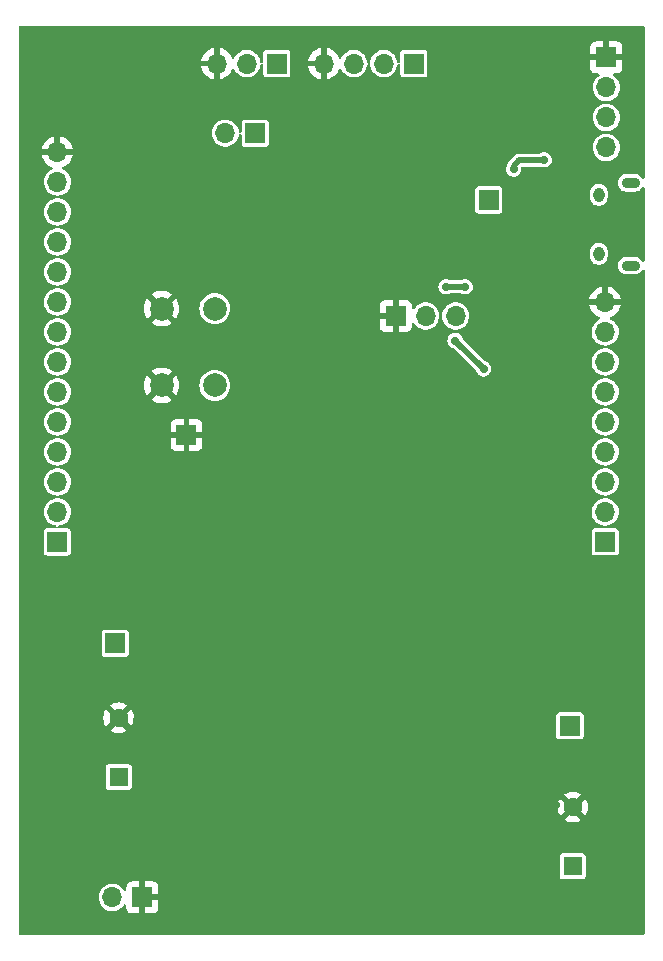
<source format=gbr>
%TF.GenerationSoftware,KiCad,Pcbnew,8.0.6*%
%TF.CreationDate,2024-11-10T12:55:49-08:00*%
%TF.ProjectId,stm32-can-do,73746d33-322d-4636-916e-2d646f2e6b69,v0.1*%
%TF.SameCoordinates,Original*%
%TF.FileFunction,Copper,L2,Bot*%
%TF.FilePolarity,Positive*%
%FSLAX46Y46*%
G04 Gerber Fmt 4.6, Leading zero omitted, Abs format (unit mm)*
G04 Created by KiCad (PCBNEW 8.0.6) date 2024-11-10 12:55:49*
%MOMM*%
%LPD*%
G01*
G04 APERTURE LIST*
%TA.AperFunction,ComponentPad*%
%ADD10R,1.700000X1.700000*%
%TD*%
%TA.AperFunction,ComponentPad*%
%ADD11O,1.700000X1.700000*%
%TD*%
%TA.AperFunction,ComponentPad*%
%ADD12R,1.600000X1.600000*%
%TD*%
%TA.AperFunction,ComponentPad*%
%ADD13C,1.600000*%
%TD*%
%TA.AperFunction,ComponentPad*%
%ADD14O,1.550000X0.890000*%
%TD*%
%TA.AperFunction,ComponentPad*%
%ADD15O,0.950000X1.250000*%
%TD*%
%TA.AperFunction,ComponentPad*%
%ADD16C,2.000000*%
%TD*%
%TA.AperFunction,ViaPad*%
%ADD17C,0.700000*%
%TD*%
%TA.AperFunction,Conductor*%
%ADD18C,0.500000*%
%TD*%
G04 APERTURE END LIST*
D10*
%TO.P,JP2,1,A*%
%TO.N,/STM32F103C8T6/JMPR_CAN_T*%
X137525000Y-55600000D03*
D11*
%TO.P,JP2,2,B*%
%TO.N,CAN_H*%
X134985000Y-55600000D03*
%TD*%
D10*
%TO.P,J2,1,Pin_1*%
%TO.N,GND*%
X127967500Y-120302000D03*
D11*
%TO.P,J2,2,Pin_2*%
%TO.N,+24V*%
X125427500Y-120302000D03*
%TD*%
D10*
%TO.P,JP1,1,A*%
%TO.N,GND*%
X149410000Y-71075000D03*
D11*
%TO.P,JP1,2,C*%
%TO.N,/STM32F103C8T6/JMPR_BOOT0*%
X151950000Y-71075000D03*
%TO.P,JP1,3,B*%
%TO.N,+3.3V*%
X154490000Y-71075000D03*
%TD*%
D10*
%TO.P,TP3,1,1*%
%TO.N,+3.3V*%
X157300000Y-61250000D03*
%TD*%
%TO.P,J5,1,Pin_1*%
%TO.N,CAN_L*%
X139350000Y-49700000D03*
D11*
%TO.P,J5,2,Pin_2*%
%TO.N,CAN_H*%
X136810000Y-49700000D03*
%TO.P,J5,3,Pin_3*%
%TO.N,GND*%
X134270000Y-49700000D03*
%TD*%
D12*
%TO.P,C17,1*%
%TO.N,+5V*%
X164417500Y-117654651D03*
D13*
%TO.P,C17,2*%
%TO.N,GND*%
X164417500Y-112654651D03*
%TD*%
D10*
%TO.P,J7,1,Pin_1*%
%TO.N,+5V*%
X167150000Y-90200000D03*
D11*
%TO.P,J7,2,Pin_2*%
%TO.N,PB12*%
X167150000Y-87660000D03*
%TO.P,J7,3,Pin_3*%
%TO.N,PB13*%
X167150000Y-85120000D03*
%TO.P,J7,4,Pin_4*%
%TO.N,PB14*%
X167150000Y-82580000D03*
%TO.P,J7,5,Pin_5*%
%TO.N,PB15*%
X167150000Y-80040000D03*
%TO.P,J7,6,Pin_6*%
%TO.N,PA8*%
X167150000Y-77500000D03*
%TO.P,J7,7,Pin_7*%
%TO.N,PA9*%
X167150000Y-74960000D03*
%TO.P,J7,8,Pin_8*%
%TO.N,PA10*%
X167150000Y-72420000D03*
%TO.P,J7,9,Pin_9*%
%TO.N,GND*%
X167150000Y-69880000D03*
%TD*%
D12*
%TO.P,C16,1*%
%TO.N,+24VPROT*%
X125967500Y-110104651D03*
D13*
%TO.P,C16,2*%
%TO.N,GND*%
X125967500Y-105104651D03*
%TD*%
D10*
%TO.P,J3,1,Pin_1*%
%TO.N,+5V*%
X150945000Y-49700000D03*
D11*
%TO.P,J3,2,Pin_2*%
%TO.N,CAN_L*%
X148405000Y-49700000D03*
%TO.P,J3,3,Pin_3*%
%TO.N,CAN_H*%
X145865000Y-49700000D03*
%TO.P,J3,4,Pin_4*%
%TO.N,GND*%
X143325000Y-49700000D03*
%TD*%
D10*
%TO.P,TP1,1,1*%
%TO.N,+24VPROT*%
X125667500Y-98802000D03*
%TD*%
%TO.P,J6,1,Pin_1*%
%TO.N,+3.3V*%
X120775000Y-90205000D03*
D11*
%TO.P,J6,2,Pin_2*%
%TO.N,PB11*%
X120775000Y-87665000D03*
%TO.P,J6,3,Pin_3*%
%TO.N,PB10*%
X120775000Y-85125000D03*
%TO.P,J6,4,Pin_4*%
%TO.N,PB1*%
X120775000Y-82585000D03*
%TO.P,J6,5,Pin_5*%
%TO.N,PB0*%
X120775000Y-80045000D03*
%TO.P,J6,6,Pin_6*%
%TO.N,PA7*%
X120775000Y-77505000D03*
%TO.P,J6,7,Pin_7*%
%TO.N,PA6*%
X120775000Y-74965000D03*
%TO.P,J6,8,Pin_8*%
%TO.N,PA5*%
X120775000Y-72425000D03*
%TO.P,J6,9,Pin_9*%
%TO.N,PA4*%
X120775000Y-69885000D03*
%TO.P,J6,10,Pin_10*%
%TO.N,PA3*%
X120775000Y-67345000D03*
%TO.P,J6,11,Pin_11*%
%TO.N,PA2*%
X120775000Y-64805000D03*
%TO.P,J6,12,Pin_12*%
%TO.N,PA1*%
X120775000Y-62265000D03*
%TO.P,J6,13,Pin_13*%
%TO.N,PA0*%
X120775000Y-59725000D03*
%TO.P,J6,14,Pin_14*%
%TO.N,GND*%
X120775000Y-57185000D03*
%TD*%
D14*
%TO.P,J4,6,Shield*%
%TO.N,unconnected-(J4-Shield-Pad6)_2*%
X169300000Y-66805000D03*
D15*
%TO.N,unconnected-(J4-Shield-Pad6)_3*%
X166600000Y-65805000D03*
%TO.N,unconnected-(J4-Shield-Pad6)_5*%
X166600000Y-60805000D03*
D14*
%TO.N,unconnected-(J4-Shield-Pad6)_4*%
X169300000Y-59805000D03*
%TD*%
D16*
%TO.P,SW1,1,1*%
%TO.N,GND*%
X129600000Y-76950000D03*
X129600000Y-70450000D03*
%TO.P,SW1,2,2*%
%TO.N,/STM32F103C8T6/NRST*%
X134100000Y-76950000D03*
X134100000Y-70450000D03*
%TD*%
D10*
%TO.P,TP4,1,1*%
%TO.N,GND*%
X131700000Y-81150000D03*
%TD*%
%TO.P,TP2,1,1*%
%TO.N,+5V*%
X164167500Y-105777000D03*
%TD*%
%TO.P,J1,1,Pin_1*%
%TO.N,GND*%
X167250000Y-49185000D03*
D11*
%TO.P,J1,2,Pin_2*%
%TO.N,SWCLK*%
X167250000Y-51725000D03*
%TO.P,J1,3,Pin_3*%
%TO.N,SWDIO*%
X167250000Y-54264999D03*
%TO.P,J1,4,Pin_4*%
%TO.N,+5V*%
X167250000Y-56805000D03*
%TD*%
D17*
%TO.N,GND*%
X132000000Y-107000000D03*
X145025000Y-61725000D03*
X137000000Y-107000000D03*
X127500000Y-106250000D03*
X163000000Y-113500000D03*
X127500000Y-104250000D03*
X164650000Y-50875000D03*
X164850000Y-68850000D03*
X130500000Y-98750000D03*
X135250000Y-51900000D03*
X164900000Y-60975000D03*
X140500000Y-96250000D03*
X164650000Y-49175000D03*
X164900000Y-61975000D03*
X142750000Y-101750000D03*
X142750000Y-102750000D03*
X142750000Y-98750000D03*
X142750000Y-100750000D03*
X132500000Y-96250000D03*
X130250000Y-121250000D03*
X144050000Y-61725000D03*
X129475000Y-79125000D03*
X130250000Y-119250000D03*
X141500000Y-96250000D03*
X134000000Y-107000000D03*
X123250000Y-57200000D03*
X148450000Y-73400000D03*
X130500000Y-101750000D03*
X134500000Y-96250000D03*
X148700000Y-59000000D03*
X135500000Y-96250000D03*
X140275000Y-81800000D03*
X135000000Y-107000000D03*
X148725000Y-74600000D03*
X163000000Y-111500000D03*
X146200000Y-80475000D03*
X123250000Y-58025000D03*
X141350000Y-79075000D03*
X129400000Y-81100000D03*
X133925000Y-81125000D03*
X137500000Y-96250000D03*
X144300000Y-51900000D03*
X139000000Y-107000000D03*
X130500000Y-96750000D03*
X136750000Y-118750000D03*
X131700000Y-83400000D03*
X163000000Y-112500000D03*
X141250000Y-112000000D03*
X130500000Y-100750000D03*
X138000000Y-107000000D03*
X138500000Y-96250000D03*
X141250000Y-110000000D03*
X127500000Y-105250000D03*
X142750000Y-97750000D03*
X134250000Y-51900000D03*
X142300000Y-60775000D03*
X164050000Y-61975000D03*
X130250000Y-120250000D03*
X164850000Y-70850000D03*
X133250000Y-51900000D03*
X123250000Y-58875000D03*
X141250000Y-111000000D03*
X141250000Y-109000000D03*
X164650000Y-50025000D03*
X155450000Y-80850000D03*
X147050000Y-57925000D03*
X142750000Y-96750000D03*
X139500000Y-96250000D03*
X140000000Y-107000000D03*
X141375000Y-87175000D03*
X164850000Y-69850000D03*
X142300000Y-51900000D03*
X130500000Y-102750000D03*
X132950000Y-83525000D03*
X142750000Y-99750000D03*
X136000000Y-107000000D03*
X164050000Y-60975000D03*
X137750000Y-118750000D03*
X149525000Y-61550000D03*
X138000000Y-62825000D03*
X133500000Y-96250000D03*
X138750000Y-118750000D03*
X131725000Y-78875000D03*
X149525000Y-62550000D03*
X136500000Y-96250000D03*
X147475000Y-91540000D03*
X143300000Y-51900000D03*
X130500000Y-97750000D03*
X130500000Y-99750000D03*
X129600000Y-68150000D03*
X150600000Y-85200000D03*
X133000000Y-107000000D03*
X131500000Y-96250000D03*
X140907475Y-83807475D03*
X143200000Y-88950000D03*
X141250000Y-113000000D03*
%TO.N,+3.3V*%
X154455025Y-73155025D03*
X156850000Y-75550000D03*
%TO.N,+5V*%
X153690000Y-68600000D03*
X159400000Y-58650000D03*
X161975000Y-57850000D03*
X155290000Y-68600000D03*
%TD*%
D18*
%TO.N,+3.3V*%
X156850000Y-75550000D02*
X154455025Y-73155025D01*
%TO.N,+5V*%
X159875000Y-57875000D02*
X161950000Y-57875000D01*
X159400000Y-58350000D02*
X159875000Y-57875000D01*
X161950000Y-57875000D02*
X161975000Y-57850000D01*
X159400000Y-58650000D02*
X159400000Y-58350000D01*
X153690000Y-68600000D02*
X155290000Y-68600000D01*
%TD*%
%TA.AperFunction,Conductor*%
%TO.N,GND*%
G36*
X170442539Y-46520185D02*
G01*
X170488294Y-46572989D01*
X170499500Y-46624500D01*
X170499500Y-59355660D01*
X170479815Y-59422699D01*
X170427011Y-59468454D01*
X170357853Y-59478398D01*
X170294297Y-59449373D01*
X170272398Y-59424551D01*
X170209068Y-59329772D01*
X170209065Y-59329768D01*
X170105231Y-59225934D01*
X170105227Y-59225931D01*
X169983133Y-59144350D01*
X169983124Y-59144345D01*
X169847454Y-59088149D01*
X169847446Y-59088147D01*
X169703429Y-59059500D01*
X169703425Y-59059500D01*
X168896575Y-59059500D01*
X168896570Y-59059500D01*
X168752553Y-59088147D01*
X168752545Y-59088149D01*
X168616875Y-59144345D01*
X168616866Y-59144350D01*
X168494772Y-59225931D01*
X168494768Y-59225934D01*
X168390934Y-59329768D01*
X168390931Y-59329772D01*
X168309350Y-59451866D01*
X168309345Y-59451875D01*
X168253149Y-59587545D01*
X168253147Y-59587553D01*
X168224500Y-59731570D01*
X168224500Y-59878429D01*
X168253147Y-60022446D01*
X168253149Y-60022454D01*
X168309345Y-60158124D01*
X168309350Y-60158133D01*
X168390931Y-60280227D01*
X168390934Y-60280231D01*
X168494768Y-60384065D01*
X168494772Y-60384068D01*
X168616866Y-60465649D01*
X168616872Y-60465652D01*
X168616873Y-60465653D01*
X168752546Y-60521851D01*
X168896570Y-60550499D01*
X168896574Y-60550500D01*
X168896575Y-60550500D01*
X169703426Y-60550500D01*
X169703427Y-60550499D01*
X169847454Y-60521851D01*
X169983127Y-60465653D01*
X170105228Y-60384068D01*
X170209068Y-60280228D01*
X170244477Y-60227235D01*
X170272398Y-60185449D01*
X170326010Y-60140643D01*
X170395335Y-60131936D01*
X170458362Y-60162090D01*
X170495082Y-60221533D01*
X170499500Y-60254339D01*
X170499500Y-66355660D01*
X170479815Y-66422699D01*
X170427011Y-66468454D01*
X170357853Y-66478398D01*
X170294297Y-66449373D01*
X170272398Y-66424551D01*
X170209068Y-66329772D01*
X170209065Y-66329768D01*
X170105231Y-66225934D01*
X170105227Y-66225931D01*
X169983133Y-66144350D01*
X169983124Y-66144345D01*
X169847454Y-66088149D01*
X169847446Y-66088147D01*
X169703429Y-66059500D01*
X169703425Y-66059500D01*
X168896575Y-66059500D01*
X168896570Y-66059500D01*
X168752553Y-66088147D01*
X168752545Y-66088149D01*
X168616875Y-66144345D01*
X168616866Y-66144350D01*
X168494772Y-66225931D01*
X168494768Y-66225934D01*
X168390934Y-66329768D01*
X168390931Y-66329772D01*
X168309350Y-66451866D01*
X168309345Y-66451875D01*
X168253149Y-66587545D01*
X168253147Y-66587553D01*
X168224500Y-66731570D01*
X168224500Y-66878429D01*
X168253147Y-67022446D01*
X168253149Y-67022454D01*
X168309345Y-67158124D01*
X168309350Y-67158133D01*
X168390931Y-67280227D01*
X168390934Y-67280231D01*
X168494768Y-67384065D01*
X168494772Y-67384068D01*
X168616866Y-67465649D01*
X168616872Y-67465652D01*
X168616873Y-67465653D01*
X168752546Y-67521851D01*
X168896570Y-67550499D01*
X168896574Y-67550500D01*
X168896575Y-67550500D01*
X169703426Y-67550500D01*
X169703427Y-67550499D01*
X169847454Y-67521851D01*
X169983127Y-67465653D01*
X170105228Y-67384068D01*
X170209068Y-67280228D01*
X170248287Y-67221533D01*
X170272398Y-67185449D01*
X170326010Y-67140643D01*
X170395335Y-67131936D01*
X170458362Y-67162090D01*
X170495082Y-67221533D01*
X170499500Y-67254339D01*
X170499500Y-123375500D01*
X170479815Y-123442539D01*
X170427011Y-123488294D01*
X170375500Y-123499500D01*
X117624500Y-123499500D01*
X117557461Y-123479815D01*
X117511706Y-123427011D01*
X117500500Y-123375500D01*
X117500500Y-120302000D01*
X124272071Y-120302000D01*
X124291744Y-120514310D01*
X124345175Y-120702099D01*
X124350096Y-120719392D01*
X124350096Y-120719394D01*
X124445132Y-120910253D01*
X124516885Y-121005268D01*
X124573628Y-121080407D01*
X124731198Y-121224052D01*
X124912481Y-121336298D01*
X125111302Y-121413321D01*
X125320890Y-121452500D01*
X125320892Y-121452500D01*
X125534108Y-121452500D01*
X125534110Y-121452500D01*
X125743698Y-121413321D01*
X125942519Y-121336298D01*
X126123802Y-121224052D01*
X126281372Y-121080407D01*
X126394547Y-120930540D01*
X126450655Y-120888905D01*
X126520367Y-120884214D01*
X126581549Y-120917956D01*
X126614776Y-120979419D01*
X126617500Y-121005268D01*
X126617500Y-121199844D01*
X126623901Y-121259372D01*
X126623903Y-121259379D01*
X126674145Y-121394086D01*
X126674149Y-121394093D01*
X126760309Y-121509187D01*
X126760312Y-121509190D01*
X126875406Y-121595350D01*
X126875413Y-121595354D01*
X127010120Y-121645596D01*
X127010127Y-121645598D01*
X127069655Y-121651999D01*
X127069672Y-121652000D01*
X127717500Y-121652000D01*
X127717500Y-120735012D01*
X127774507Y-120767925D01*
X127901674Y-120802000D01*
X128033326Y-120802000D01*
X128160493Y-120767925D01*
X128217500Y-120735012D01*
X128217500Y-121652000D01*
X128865328Y-121652000D01*
X128865344Y-121651999D01*
X128924872Y-121645598D01*
X128924879Y-121645596D01*
X129059586Y-121595354D01*
X129059593Y-121595350D01*
X129174687Y-121509190D01*
X129174690Y-121509187D01*
X129260850Y-121394093D01*
X129260854Y-121394086D01*
X129311096Y-121259379D01*
X129311098Y-121259372D01*
X129317499Y-121199844D01*
X129317500Y-121199827D01*
X129317500Y-120552000D01*
X128400512Y-120552000D01*
X128433425Y-120494993D01*
X128467500Y-120367826D01*
X128467500Y-120236174D01*
X128433425Y-120109007D01*
X128400512Y-120052000D01*
X129317500Y-120052000D01*
X129317500Y-119404172D01*
X129317499Y-119404155D01*
X129311098Y-119344627D01*
X129311096Y-119344620D01*
X129260854Y-119209913D01*
X129260850Y-119209906D01*
X129174690Y-119094812D01*
X129174687Y-119094809D01*
X129059593Y-119008649D01*
X129059586Y-119008645D01*
X128924879Y-118958403D01*
X128924872Y-118958401D01*
X128865344Y-118952000D01*
X128217500Y-118952000D01*
X128217500Y-119868988D01*
X128160493Y-119836075D01*
X128033326Y-119802000D01*
X127901674Y-119802000D01*
X127774507Y-119836075D01*
X127717500Y-119868988D01*
X127717500Y-118952000D01*
X127069655Y-118952000D01*
X127010127Y-118958401D01*
X127010120Y-118958403D01*
X126875413Y-119008645D01*
X126875406Y-119008649D01*
X126760312Y-119094809D01*
X126760309Y-119094812D01*
X126674149Y-119209906D01*
X126674145Y-119209913D01*
X126623903Y-119344620D01*
X126623901Y-119344627D01*
X126617500Y-119404155D01*
X126617500Y-119598731D01*
X126597815Y-119665770D01*
X126545011Y-119711525D01*
X126475853Y-119721469D01*
X126412297Y-119692444D01*
X126394546Y-119673458D01*
X126281372Y-119523593D01*
X126150374Y-119404172D01*
X126123802Y-119379948D01*
X125942519Y-119267702D01*
X125942517Y-119267701D01*
X125793329Y-119209906D01*
X125743698Y-119190679D01*
X125534110Y-119151500D01*
X125320890Y-119151500D01*
X125111302Y-119190679D01*
X125111299Y-119190679D01*
X125111299Y-119190680D01*
X124912482Y-119267701D01*
X124912480Y-119267702D01*
X124731199Y-119379947D01*
X124573627Y-119523593D01*
X124445132Y-119693746D01*
X124350096Y-119884605D01*
X124350096Y-119884607D01*
X124291744Y-120089689D01*
X124278171Y-120236174D01*
X124272071Y-120302000D01*
X117500500Y-120302000D01*
X117500500Y-116809782D01*
X163317000Y-116809782D01*
X163317000Y-118499507D01*
X163317002Y-118499533D01*
X163319913Y-118524638D01*
X163319915Y-118524642D01*
X163365293Y-118627415D01*
X163365294Y-118627416D01*
X163444735Y-118706857D01*
X163547509Y-118752236D01*
X163572635Y-118755151D01*
X165262364Y-118755150D01*
X165262379Y-118755148D01*
X165262382Y-118755148D01*
X165287487Y-118752237D01*
X165287488Y-118752236D01*
X165287491Y-118752236D01*
X165390265Y-118706857D01*
X165469706Y-118627416D01*
X165515085Y-118524642D01*
X165518000Y-118499516D01*
X165517999Y-116809787D01*
X165517997Y-116809768D01*
X165515086Y-116784663D01*
X165515085Y-116784661D01*
X165515085Y-116784660D01*
X165469706Y-116681886D01*
X165390265Y-116602445D01*
X165390263Y-116602444D01*
X165287492Y-116557066D01*
X165262365Y-116554151D01*
X163572643Y-116554151D01*
X163572617Y-116554153D01*
X163547512Y-116557064D01*
X163547508Y-116557066D01*
X163444735Y-116602444D01*
X163365294Y-116681885D01*
X163319915Y-116784657D01*
X163319915Y-116784659D01*
X163317000Y-116809782D01*
X117500500Y-116809782D01*
X117500500Y-112654648D01*
X163112534Y-112654648D01*
X163112534Y-112654653D01*
X163132358Y-112881250D01*
X163132360Y-112881261D01*
X163191230Y-113100968D01*
X163191235Y-113100982D01*
X163287363Y-113307129D01*
X163338474Y-113380123D01*
X164017500Y-112701097D01*
X164017500Y-112707312D01*
X164044759Y-112809045D01*
X164097420Y-112900257D01*
X164171894Y-112974731D01*
X164263106Y-113027392D01*
X164364839Y-113054651D01*
X164371053Y-113054651D01*
X163692026Y-113733676D01*
X163765013Y-113784783D01*
X163765021Y-113784787D01*
X163971168Y-113880915D01*
X163971182Y-113880920D01*
X164190889Y-113939790D01*
X164190900Y-113939792D01*
X164417498Y-113959617D01*
X164417502Y-113959617D01*
X164644099Y-113939792D01*
X164644110Y-113939790D01*
X164863817Y-113880920D01*
X164863831Y-113880915D01*
X165069978Y-113784787D01*
X165142971Y-113733675D01*
X164463947Y-113054651D01*
X164470161Y-113054651D01*
X164571894Y-113027392D01*
X164663106Y-112974731D01*
X164737580Y-112900257D01*
X164790241Y-112809045D01*
X164817500Y-112707312D01*
X164817500Y-112701098D01*
X165496524Y-113380122D01*
X165547636Y-113307129D01*
X165643764Y-113100982D01*
X165643769Y-113100968D01*
X165702639Y-112881261D01*
X165702641Y-112881250D01*
X165722466Y-112654653D01*
X165722466Y-112654648D01*
X165702641Y-112428051D01*
X165702639Y-112428040D01*
X165643769Y-112208333D01*
X165643764Y-112208319D01*
X165547636Y-112002172D01*
X165547632Y-112002164D01*
X165496525Y-111929177D01*
X164817500Y-112608202D01*
X164817500Y-112601990D01*
X164790241Y-112500257D01*
X164737580Y-112409045D01*
X164663106Y-112334571D01*
X164571894Y-112281910D01*
X164470161Y-112254651D01*
X164463948Y-112254651D01*
X165142972Y-111575625D01*
X165069978Y-111524514D01*
X164863831Y-111428386D01*
X164863817Y-111428381D01*
X164644110Y-111369511D01*
X164644099Y-111369509D01*
X164417502Y-111349685D01*
X164417498Y-111349685D01*
X164190900Y-111369509D01*
X164190889Y-111369511D01*
X163971182Y-111428381D01*
X163971173Y-111428385D01*
X163765016Y-111524517D01*
X163765012Y-111524519D01*
X163692026Y-111575624D01*
X163692026Y-111575625D01*
X164371053Y-112254651D01*
X164364839Y-112254651D01*
X164263106Y-112281910D01*
X164171894Y-112334571D01*
X164097420Y-112409045D01*
X164044759Y-112500257D01*
X164017500Y-112601990D01*
X164017500Y-112608203D01*
X163338474Y-111929177D01*
X163338473Y-111929177D01*
X163287368Y-112002163D01*
X163287366Y-112002167D01*
X163191234Y-112208324D01*
X163191230Y-112208333D01*
X163132360Y-112428040D01*
X163132358Y-112428051D01*
X163112534Y-112654648D01*
X117500500Y-112654648D01*
X117500500Y-109259782D01*
X124867000Y-109259782D01*
X124867000Y-110949507D01*
X124867002Y-110949533D01*
X124869913Y-110974638D01*
X124869915Y-110974642D01*
X124915293Y-111077415D01*
X124915294Y-111077416D01*
X124994735Y-111156857D01*
X125097509Y-111202236D01*
X125122635Y-111205151D01*
X126812364Y-111205150D01*
X126812379Y-111205148D01*
X126812382Y-111205148D01*
X126837487Y-111202237D01*
X126837488Y-111202236D01*
X126837491Y-111202236D01*
X126940265Y-111156857D01*
X127019706Y-111077416D01*
X127065085Y-110974642D01*
X127068000Y-110949516D01*
X127067999Y-109259787D01*
X127067997Y-109259768D01*
X127065086Y-109234663D01*
X127065085Y-109234661D01*
X127065085Y-109234660D01*
X127019706Y-109131886D01*
X126940265Y-109052445D01*
X126940263Y-109052444D01*
X126837492Y-109007066D01*
X126812365Y-109004151D01*
X125122643Y-109004151D01*
X125122617Y-109004153D01*
X125097512Y-109007064D01*
X125097508Y-109007066D01*
X124994735Y-109052444D01*
X124915294Y-109131885D01*
X124869915Y-109234657D01*
X124869915Y-109234659D01*
X124867000Y-109259782D01*
X117500500Y-109259782D01*
X117500500Y-105104648D01*
X124662534Y-105104648D01*
X124662534Y-105104653D01*
X124682358Y-105331250D01*
X124682360Y-105331261D01*
X124741230Y-105550968D01*
X124741235Y-105550982D01*
X124837363Y-105757129D01*
X124888474Y-105830123D01*
X125567500Y-105151097D01*
X125567500Y-105157312D01*
X125594759Y-105259045D01*
X125647420Y-105350257D01*
X125721894Y-105424731D01*
X125813106Y-105477392D01*
X125914839Y-105504651D01*
X125921053Y-105504651D01*
X125242026Y-106183676D01*
X125315013Y-106234783D01*
X125315021Y-106234787D01*
X125521168Y-106330915D01*
X125521182Y-106330920D01*
X125740889Y-106389790D01*
X125740900Y-106389792D01*
X125967498Y-106409617D01*
X125967502Y-106409617D01*
X126194099Y-106389792D01*
X126194110Y-106389790D01*
X126413817Y-106330920D01*
X126413831Y-106330915D01*
X126619978Y-106234787D01*
X126692971Y-106183675D01*
X126013947Y-105504651D01*
X126020161Y-105504651D01*
X126121894Y-105477392D01*
X126213106Y-105424731D01*
X126287580Y-105350257D01*
X126340241Y-105259045D01*
X126367500Y-105157312D01*
X126367500Y-105151098D01*
X127046524Y-105830122D01*
X127097636Y-105757129D01*
X127193764Y-105550982D01*
X127193769Y-105550968D01*
X127252639Y-105331261D01*
X127252641Y-105331250D01*
X127272466Y-105104653D01*
X127272466Y-105104648D01*
X127252998Y-104882131D01*
X163017000Y-104882131D01*
X163017000Y-106671856D01*
X163017002Y-106671882D01*
X163019913Y-106696987D01*
X163019915Y-106696991D01*
X163065293Y-106799764D01*
X163065294Y-106799765D01*
X163144735Y-106879206D01*
X163247509Y-106924585D01*
X163272635Y-106927500D01*
X165062364Y-106927499D01*
X165062379Y-106927497D01*
X165062382Y-106927497D01*
X165087487Y-106924586D01*
X165087488Y-106924585D01*
X165087491Y-106924585D01*
X165190265Y-106879206D01*
X165269706Y-106799765D01*
X165315085Y-106696991D01*
X165318000Y-106671865D01*
X165317999Y-104882136D01*
X165317997Y-104882117D01*
X165315086Y-104857012D01*
X165315085Y-104857010D01*
X165315085Y-104857009D01*
X165269706Y-104754235D01*
X165190265Y-104674794D01*
X165190263Y-104674793D01*
X165087492Y-104629415D01*
X165062365Y-104626500D01*
X163272643Y-104626500D01*
X163272617Y-104626502D01*
X163247512Y-104629413D01*
X163247508Y-104629415D01*
X163144735Y-104674793D01*
X163065294Y-104754234D01*
X163019915Y-104857006D01*
X163019915Y-104857008D01*
X163017000Y-104882131D01*
X127252998Y-104882131D01*
X127252641Y-104878051D01*
X127252639Y-104878040D01*
X127193769Y-104658333D01*
X127193764Y-104658319D01*
X127097636Y-104452172D01*
X127097632Y-104452164D01*
X127046525Y-104379177D01*
X126367500Y-105058202D01*
X126367500Y-105051990D01*
X126340241Y-104950257D01*
X126287580Y-104859045D01*
X126213106Y-104784571D01*
X126121894Y-104731910D01*
X126020161Y-104704651D01*
X126013948Y-104704651D01*
X126692972Y-104025625D01*
X126619978Y-103974514D01*
X126413831Y-103878386D01*
X126413817Y-103878381D01*
X126194110Y-103819511D01*
X126194099Y-103819509D01*
X125967502Y-103799685D01*
X125967498Y-103799685D01*
X125740900Y-103819509D01*
X125740889Y-103819511D01*
X125521182Y-103878381D01*
X125521173Y-103878385D01*
X125315016Y-103974517D01*
X125315012Y-103974519D01*
X125242026Y-104025624D01*
X125242026Y-104025625D01*
X125921053Y-104704651D01*
X125914839Y-104704651D01*
X125813106Y-104731910D01*
X125721894Y-104784571D01*
X125647420Y-104859045D01*
X125594759Y-104950257D01*
X125567500Y-105051990D01*
X125567500Y-105058203D01*
X124888474Y-104379177D01*
X124888473Y-104379177D01*
X124837368Y-104452163D01*
X124837366Y-104452167D01*
X124741234Y-104658324D01*
X124741230Y-104658333D01*
X124682360Y-104878040D01*
X124682358Y-104878051D01*
X124662534Y-105104648D01*
X117500500Y-105104648D01*
X117500500Y-97907131D01*
X124517000Y-97907131D01*
X124517000Y-99696856D01*
X124517002Y-99696882D01*
X124519913Y-99721987D01*
X124519915Y-99721991D01*
X124565293Y-99824764D01*
X124565294Y-99824765D01*
X124644735Y-99904206D01*
X124747509Y-99949585D01*
X124772635Y-99952500D01*
X126562364Y-99952499D01*
X126562379Y-99952497D01*
X126562382Y-99952497D01*
X126587487Y-99949586D01*
X126587488Y-99949585D01*
X126587491Y-99949585D01*
X126690265Y-99904206D01*
X126769706Y-99824765D01*
X126815085Y-99721991D01*
X126818000Y-99696865D01*
X126817999Y-97907136D01*
X126817997Y-97907117D01*
X126815086Y-97882012D01*
X126815085Y-97882010D01*
X126815085Y-97882009D01*
X126769706Y-97779235D01*
X126690265Y-97699794D01*
X126690263Y-97699793D01*
X126587492Y-97654415D01*
X126562365Y-97651500D01*
X124772643Y-97651500D01*
X124772617Y-97651502D01*
X124747512Y-97654413D01*
X124747508Y-97654415D01*
X124644735Y-97699793D01*
X124565294Y-97779234D01*
X124519915Y-97882006D01*
X124519915Y-97882008D01*
X124517000Y-97907131D01*
X117500500Y-97907131D01*
X117500500Y-56934999D01*
X119444364Y-56934999D01*
X119444364Y-56935000D01*
X120341988Y-56935000D01*
X120309075Y-56992007D01*
X120275000Y-57119174D01*
X120275000Y-57250826D01*
X120309075Y-57377993D01*
X120341988Y-57435000D01*
X119444364Y-57435000D01*
X119501567Y-57648486D01*
X119501570Y-57648492D01*
X119601399Y-57862578D01*
X119736894Y-58056082D01*
X119903917Y-58223105D01*
X120097421Y-58358600D01*
X120296573Y-58451466D01*
X120349012Y-58497638D01*
X120368164Y-58564832D01*
X120347948Y-58631713D01*
X120294783Y-58677048D01*
X120288968Y-58679472D01*
X120281771Y-58682260D01*
X120259982Y-58690701D01*
X120259980Y-58690702D01*
X120078699Y-58802947D01*
X119921127Y-58946593D01*
X119792632Y-59116746D01*
X119697596Y-59307605D01*
X119697596Y-59307607D01*
X119656548Y-59451875D01*
X119639244Y-59512690D01*
X119619571Y-59725000D01*
X119639244Y-59937310D01*
X119685392Y-60099502D01*
X119697596Y-60142392D01*
X119697596Y-60142394D01*
X119792632Y-60333253D01*
X119864782Y-60428794D01*
X119921128Y-60503407D01*
X120078698Y-60647052D01*
X120259981Y-60759298D01*
X120458802Y-60836321D01*
X120655613Y-60873111D01*
X120717893Y-60904779D01*
X120753166Y-60965092D01*
X120750232Y-61034900D01*
X120710023Y-61092040D01*
X120655613Y-61116888D01*
X120458802Y-61153679D01*
X120458799Y-61153679D01*
X120458799Y-61153680D01*
X120259982Y-61230701D01*
X120259980Y-61230702D01*
X120078699Y-61342947D01*
X119921127Y-61486593D01*
X119792632Y-61656746D01*
X119697596Y-61847605D01*
X119697596Y-61847607D01*
X119639244Y-62052689D01*
X119619571Y-62264999D01*
X119619571Y-62265000D01*
X119639244Y-62477310D01*
X119697596Y-62682392D01*
X119697596Y-62682394D01*
X119792632Y-62873253D01*
X119792634Y-62873255D01*
X119921128Y-63043407D01*
X120078698Y-63187052D01*
X120259981Y-63299298D01*
X120458802Y-63376321D01*
X120655613Y-63413111D01*
X120717893Y-63444779D01*
X120753166Y-63505092D01*
X120750232Y-63574900D01*
X120710023Y-63632040D01*
X120655613Y-63656888D01*
X120458802Y-63693679D01*
X120458799Y-63693679D01*
X120458799Y-63693680D01*
X120259982Y-63770701D01*
X120259980Y-63770702D01*
X120078699Y-63882947D01*
X119921127Y-64026593D01*
X119792632Y-64196746D01*
X119697596Y-64387605D01*
X119697596Y-64387607D01*
X119639244Y-64592689D01*
X119619571Y-64804999D01*
X119619571Y-64805000D01*
X119639244Y-65017310D01*
X119697596Y-65222392D01*
X119697596Y-65222394D01*
X119792632Y-65413253D01*
X119917509Y-65578615D01*
X119921128Y-65583407D01*
X120078698Y-65727052D01*
X120259981Y-65839298D01*
X120458802Y-65916321D01*
X120655613Y-65953111D01*
X120717893Y-65984779D01*
X120753166Y-66045092D01*
X120750232Y-66114900D01*
X120710023Y-66172040D01*
X120655613Y-66196888D01*
X120458802Y-66233679D01*
X120458799Y-66233679D01*
X120458799Y-66233680D01*
X120259982Y-66310701D01*
X120259980Y-66310702D01*
X120078699Y-66422947D01*
X119921127Y-66566593D01*
X119792632Y-66736746D01*
X119697596Y-66927605D01*
X119697596Y-66927607D01*
X119639244Y-67132689D01*
X119619571Y-67344999D01*
X119619571Y-67345000D01*
X119639244Y-67557310D01*
X119697596Y-67762392D01*
X119697596Y-67762394D01*
X119792632Y-67953253D01*
X119873786Y-68060717D01*
X119921128Y-68123407D01*
X120078698Y-68267052D01*
X120259981Y-68379298D01*
X120458802Y-68456321D01*
X120655613Y-68493111D01*
X120717893Y-68524779D01*
X120753166Y-68585092D01*
X120750232Y-68654900D01*
X120710023Y-68712040D01*
X120655613Y-68736888D01*
X120458802Y-68773679D01*
X120458799Y-68773679D01*
X120458799Y-68773680D01*
X120259982Y-68850701D01*
X120259980Y-68850702D01*
X120078699Y-68962947D01*
X119921127Y-69106593D01*
X119792632Y-69276746D01*
X119697596Y-69467605D01*
X119697596Y-69467607D01*
X119639244Y-69672689D01*
X119627701Y-69797266D01*
X119619571Y-69885000D01*
X119639244Y-70097310D01*
X119675092Y-70223302D01*
X119697596Y-70302392D01*
X119697596Y-70302394D01*
X119792632Y-70493253D01*
X119880098Y-70609075D01*
X119921128Y-70663407D01*
X120078698Y-70807052D01*
X120259981Y-70919298D01*
X120458802Y-70996321D01*
X120655613Y-71033111D01*
X120717893Y-71064779D01*
X120753166Y-71125092D01*
X120750232Y-71194900D01*
X120710023Y-71252040D01*
X120655613Y-71276888D01*
X120458802Y-71313679D01*
X120458799Y-71313679D01*
X120458799Y-71313680D01*
X120259982Y-71390701D01*
X120259980Y-71390702D01*
X120078699Y-71502947D01*
X119921127Y-71646593D01*
X119792632Y-71816746D01*
X119697596Y-72007605D01*
X119697596Y-72007607D01*
X119639244Y-72212689D01*
X119619571Y-72424999D01*
X119619571Y-72425000D01*
X119639244Y-72637310D01*
X119697596Y-72842392D01*
X119697596Y-72842394D01*
X119792632Y-73033253D01*
X119884591Y-73155025D01*
X119921128Y-73203407D01*
X120078698Y-73347052D01*
X120259981Y-73459298D01*
X120458802Y-73536321D01*
X120655613Y-73573111D01*
X120717893Y-73604779D01*
X120753166Y-73665092D01*
X120750232Y-73734900D01*
X120710023Y-73792040D01*
X120655613Y-73816888D01*
X120458802Y-73853679D01*
X120458799Y-73853679D01*
X120458799Y-73853680D01*
X120259982Y-73930701D01*
X120259980Y-73930702D01*
X120078699Y-74042947D01*
X119921127Y-74186593D01*
X119792632Y-74356746D01*
X119697596Y-74547605D01*
X119697596Y-74547607D01*
X119639244Y-74752689D01*
X119619571Y-74964999D01*
X119619571Y-74965000D01*
X119639244Y-75177310D01*
X119697596Y-75382392D01*
X119697596Y-75382394D01*
X119792632Y-75573253D01*
X119908276Y-75726389D01*
X119921128Y-75743407D01*
X120078698Y-75887052D01*
X120259981Y-75999298D01*
X120458802Y-76076321D01*
X120655613Y-76113111D01*
X120717893Y-76144779D01*
X120753166Y-76205092D01*
X120750232Y-76274900D01*
X120710023Y-76332040D01*
X120655613Y-76356888D01*
X120458802Y-76393679D01*
X120458799Y-76393679D01*
X120458799Y-76393680D01*
X120259982Y-76470701D01*
X120259980Y-76470702D01*
X120078699Y-76582947D01*
X119921127Y-76726593D01*
X119792632Y-76896746D01*
X119697596Y-77087605D01*
X119697596Y-77087607D01*
X119640662Y-77287708D01*
X119639244Y-77292690D01*
X119619571Y-77505000D01*
X119639244Y-77717310D01*
X119659681Y-77789139D01*
X119697596Y-77922392D01*
X119697596Y-77922394D01*
X119792632Y-78113253D01*
X119865735Y-78210056D01*
X119921128Y-78283407D01*
X120078698Y-78427052D01*
X120259981Y-78539298D01*
X120458802Y-78616321D01*
X120655613Y-78653111D01*
X120717893Y-78684779D01*
X120753166Y-78745092D01*
X120750232Y-78814900D01*
X120710023Y-78872040D01*
X120655613Y-78896888D01*
X120458802Y-78933679D01*
X120458799Y-78933679D01*
X120458799Y-78933680D01*
X120259982Y-79010701D01*
X120259980Y-79010702D01*
X120078699Y-79122947D01*
X119921127Y-79266593D01*
X119792632Y-79436746D01*
X119697596Y-79627605D01*
X119697596Y-79627607D01*
X119639244Y-79832689D01*
X119619571Y-80044999D01*
X119619571Y-80045000D01*
X119639244Y-80257310D01*
X119697596Y-80462392D01*
X119697596Y-80462394D01*
X119792632Y-80653253D01*
X119792634Y-80653255D01*
X119921128Y-80823407D01*
X120078698Y-80967052D01*
X120259981Y-81079298D01*
X120458802Y-81156321D01*
X120655613Y-81193111D01*
X120717893Y-81224779D01*
X120753166Y-81285092D01*
X120750232Y-81354900D01*
X120710023Y-81412040D01*
X120655613Y-81436888D01*
X120458802Y-81473679D01*
X120458799Y-81473679D01*
X120458799Y-81473680D01*
X120259982Y-81550701D01*
X120259980Y-81550702D01*
X120078699Y-81662947D01*
X119921127Y-81806593D01*
X119792632Y-81976746D01*
X119697596Y-82167605D01*
X119697596Y-82167607D01*
X119639244Y-82372689D01*
X119619571Y-82584999D01*
X119619571Y-82585000D01*
X119639244Y-82797310D01*
X119697596Y-83002392D01*
X119697596Y-83002394D01*
X119792632Y-83193253D01*
X119792634Y-83193255D01*
X119921128Y-83363407D01*
X120078698Y-83507052D01*
X120259981Y-83619298D01*
X120458802Y-83696321D01*
X120655613Y-83733111D01*
X120717893Y-83764779D01*
X120753166Y-83825092D01*
X120750232Y-83894900D01*
X120710023Y-83952040D01*
X120655613Y-83976888D01*
X120458802Y-84013679D01*
X120458799Y-84013679D01*
X120458799Y-84013680D01*
X120259982Y-84090701D01*
X120259980Y-84090702D01*
X120078699Y-84202947D01*
X119921127Y-84346593D01*
X119792632Y-84516746D01*
X119697596Y-84707605D01*
X119697596Y-84707607D01*
X119639244Y-84912689D01*
X119619571Y-85124999D01*
X119619571Y-85125000D01*
X119639244Y-85337310D01*
X119697596Y-85542392D01*
X119697596Y-85542394D01*
X119792632Y-85733253D01*
X119792634Y-85733255D01*
X119921128Y-85903407D01*
X120078698Y-86047052D01*
X120259981Y-86159298D01*
X120458802Y-86236321D01*
X120655613Y-86273111D01*
X120717893Y-86304779D01*
X120753166Y-86365092D01*
X120750232Y-86434900D01*
X120710023Y-86492040D01*
X120655613Y-86516888D01*
X120458802Y-86553679D01*
X120458799Y-86553679D01*
X120458799Y-86553680D01*
X120259982Y-86630701D01*
X120259980Y-86630702D01*
X120078699Y-86742947D01*
X119921127Y-86886593D01*
X119792632Y-87056746D01*
X119697596Y-87247605D01*
X119697596Y-87247607D01*
X119639244Y-87452689D01*
X119619571Y-87664999D01*
X119619571Y-87665000D01*
X119639244Y-87877310D01*
X119697596Y-88082392D01*
X119697596Y-88082394D01*
X119792632Y-88273253D01*
X119792634Y-88273255D01*
X119921128Y-88443407D01*
X120078698Y-88587052D01*
X120259981Y-88699298D01*
X120458802Y-88776321D01*
X120631544Y-88808612D01*
X120693823Y-88840279D01*
X120729096Y-88900591D01*
X120726162Y-88970400D01*
X120685953Y-89027540D01*
X120621235Y-89053871D01*
X120608757Y-89054500D01*
X119880143Y-89054500D01*
X119880117Y-89054502D01*
X119855012Y-89057413D01*
X119855008Y-89057415D01*
X119752235Y-89102793D01*
X119672794Y-89182234D01*
X119627415Y-89285006D01*
X119627415Y-89285008D01*
X119624500Y-89310131D01*
X119624500Y-91099856D01*
X119624502Y-91099882D01*
X119627413Y-91124987D01*
X119627415Y-91124991D01*
X119672793Y-91227764D01*
X119672794Y-91227765D01*
X119752235Y-91307206D01*
X119855009Y-91352585D01*
X119880135Y-91355500D01*
X121669864Y-91355499D01*
X121669879Y-91355497D01*
X121669882Y-91355497D01*
X121694987Y-91352586D01*
X121694988Y-91352585D01*
X121694991Y-91352585D01*
X121797765Y-91307206D01*
X121877206Y-91227765D01*
X121922585Y-91124991D01*
X121925500Y-91099865D01*
X121925499Y-89310136D01*
X121924917Y-89305117D01*
X121922586Y-89285012D01*
X121922585Y-89285010D01*
X121922585Y-89285009D01*
X121877206Y-89182235D01*
X121797765Y-89102794D01*
X121786439Y-89097793D01*
X121694992Y-89057415D01*
X121669868Y-89054500D01*
X120941243Y-89054500D01*
X120874204Y-89034815D01*
X120828449Y-88982011D01*
X120818505Y-88912853D01*
X120847530Y-88849297D01*
X120906308Y-88811523D01*
X120918441Y-88808614D01*
X121091198Y-88776321D01*
X121290019Y-88699298D01*
X121471302Y-88587052D01*
X121628872Y-88443407D01*
X121757366Y-88273255D01*
X121852405Y-88082389D01*
X121910756Y-87877310D01*
X121930429Y-87665000D01*
X121910756Y-87452690D01*
X121852405Y-87247611D01*
X121852403Y-87247606D01*
X121852403Y-87247605D01*
X121757367Y-87056746D01*
X121628872Y-86886593D01*
X121623387Y-86881593D01*
X121471302Y-86742948D01*
X121290019Y-86630702D01*
X121290017Y-86630701D01*
X121190608Y-86592190D01*
X121091198Y-86553679D01*
X120894385Y-86516888D01*
X120832106Y-86485221D01*
X120796833Y-86424908D01*
X120799767Y-86355100D01*
X120839976Y-86297960D01*
X120894384Y-86273111D01*
X121091198Y-86236321D01*
X121290019Y-86159298D01*
X121471302Y-86047052D01*
X121628872Y-85903407D01*
X121757366Y-85733255D01*
X121852405Y-85542389D01*
X121910756Y-85337310D01*
X121930429Y-85125000D01*
X121910756Y-84912690D01*
X121852405Y-84707611D01*
X121852403Y-84707606D01*
X121852403Y-84707605D01*
X121757367Y-84516746D01*
X121628872Y-84346593D01*
X121623387Y-84341593D01*
X121471302Y-84202948D01*
X121290019Y-84090702D01*
X121290017Y-84090701D01*
X121190608Y-84052190D01*
X121091198Y-84013679D01*
X120894385Y-83976888D01*
X120832106Y-83945221D01*
X120796833Y-83884908D01*
X120799767Y-83815100D01*
X120839976Y-83757960D01*
X120894384Y-83733111D01*
X121091198Y-83696321D01*
X121290019Y-83619298D01*
X121471302Y-83507052D01*
X121628872Y-83363407D01*
X121757366Y-83193255D01*
X121852405Y-83002389D01*
X121910756Y-82797310D01*
X121930429Y-82585000D01*
X121910756Y-82372690D01*
X121852405Y-82167611D01*
X121852403Y-82167606D01*
X121852403Y-82167605D01*
X121757367Y-81976746D01*
X121628872Y-81806593D01*
X121623387Y-81801593D01*
X121471302Y-81662948D01*
X121290019Y-81550702D01*
X121290017Y-81550701D01*
X121190608Y-81512190D01*
X121091198Y-81473679D01*
X120894385Y-81436888D01*
X120832106Y-81405221D01*
X120796833Y-81344908D01*
X120799767Y-81275100D01*
X120839976Y-81217960D01*
X120894384Y-81193111D01*
X121091198Y-81156321D01*
X121290019Y-81079298D01*
X121471302Y-80967052D01*
X121628872Y-80823407D01*
X121757366Y-80653255D01*
X121852405Y-80462389D01*
X121910756Y-80257310D01*
X121911234Y-80252155D01*
X130350000Y-80252155D01*
X130350000Y-80900000D01*
X131266988Y-80900000D01*
X131234075Y-80957007D01*
X131200000Y-81084174D01*
X131200000Y-81215826D01*
X131234075Y-81342993D01*
X131266988Y-81400000D01*
X130350000Y-81400000D01*
X130350000Y-82047844D01*
X130356401Y-82107372D01*
X130356403Y-82107379D01*
X130406645Y-82242086D01*
X130406649Y-82242093D01*
X130492809Y-82357187D01*
X130492812Y-82357190D01*
X130607906Y-82443350D01*
X130607913Y-82443354D01*
X130742620Y-82493596D01*
X130742627Y-82493598D01*
X130802155Y-82499999D01*
X130802172Y-82500000D01*
X131450000Y-82500000D01*
X131450000Y-81583012D01*
X131507007Y-81615925D01*
X131634174Y-81650000D01*
X131765826Y-81650000D01*
X131892993Y-81615925D01*
X131950000Y-81583012D01*
X131950000Y-82500000D01*
X132597828Y-82500000D01*
X132597844Y-82499999D01*
X132657372Y-82493598D01*
X132657379Y-82493596D01*
X132792086Y-82443354D01*
X132792093Y-82443350D01*
X132907187Y-82357190D01*
X132907190Y-82357187D01*
X132993350Y-82242093D01*
X132993354Y-82242086D01*
X133043596Y-82107379D01*
X133043598Y-82107372D01*
X133049999Y-82047844D01*
X133050000Y-82047827D01*
X133050000Y-81400000D01*
X132133012Y-81400000D01*
X132165925Y-81342993D01*
X132200000Y-81215826D01*
X132200000Y-81084174D01*
X132165925Y-80957007D01*
X132133012Y-80900000D01*
X133050000Y-80900000D01*
X133050000Y-80252172D01*
X133049999Y-80252155D01*
X133043598Y-80192627D01*
X133043596Y-80192620D01*
X132993354Y-80057913D01*
X132993350Y-80057906D01*
X132907190Y-79942812D01*
X132907187Y-79942809D01*
X132792093Y-79856649D01*
X132792086Y-79856645D01*
X132657379Y-79806403D01*
X132657372Y-79806401D01*
X132597844Y-79800000D01*
X131950000Y-79800000D01*
X131950000Y-80716988D01*
X131892993Y-80684075D01*
X131765826Y-80650000D01*
X131634174Y-80650000D01*
X131507007Y-80684075D01*
X131450000Y-80716988D01*
X131450000Y-79800000D01*
X130802155Y-79800000D01*
X130742627Y-79806401D01*
X130742620Y-79806403D01*
X130607913Y-79856645D01*
X130607906Y-79856649D01*
X130492812Y-79942809D01*
X130492809Y-79942812D01*
X130406649Y-80057906D01*
X130406645Y-80057913D01*
X130356403Y-80192620D01*
X130356401Y-80192627D01*
X130350000Y-80252155D01*
X121911234Y-80252155D01*
X121930429Y-80045000D01*
X121910756Y-79832690D01*
X121852405Y-79627611D01*
X121852403Y-79627606D01*
X121852403Y-79627605D01*
X121757367Y-79436746D01*
X121628872Y-79266593D01*
X121623387Y-79261593D01*
X121471302Y-79122948D01*
X121290019Y-79010702D01*
X121290017Y-79010701D01*
X121190608Y-78972190D01*
X121091198Y-78933679D01*
X120894385Y-78896888D01*
X120832106Y-78865221D01*
X120796833Y-78804908D01*
X120799767Y-78735100D01*
X120839976Y-78677960D01*
X120894384Y-78653111D01*
X121091198Y-78616321D01*
X121290019Y-78539298D01*
X121471302Y-78427052D01*
X121628872Y-78283407D01*
X121757366Y-78113255D01*
X121773643Y-78080567D01*
X121852403Y-77922394D01*
X121852403Y-77922393D01*
X121852405Y-77922389D01*
X121910756Y-77717310D01*
X121930429Y-77505000D01*
X121910756Y-77292690D01*
X121852405Y-77087611D01*
X121852403Y-77087606D01*
X121852403Y-77087605D01*
X121783881Y-76949994D01*
X128094859Y-76949994D01*
X128094859Y-76950005D01*
X128115385Y-77197729D01*
X128115387Y-77197738D01*
X128176412Y-77438717D01*
X128276266Y-77666364D01*
X128376564Y-77819882D01*
X129076212Y-77120234D01*
X129087482Y-77162292D01*
X129159890Y-77287708D01*
X129262292Y-77390110D01*
X129387708Y-77462518D01*
X129429765Y-77473787D01*
X128729942Y-78173609D01*
X128776768Y-78210055D01*
X128776770Y-78210056D01*
X128995385Y-78328364D01*
X128995396Y-78328369D01*
X129230506Y-78409083D01*
X129475707Y-78450000D01*
X129724293Y-78450000D01*
X129969493Y-78409083D01*
X130204603Y-78328369D01*
X130204614Y-78328364D01*
X130423228Y-78210057D01*
X130423231Y-78210055D01*
X130470056Y-78173609D01*
X129770234Y-77473787D01*
X129812292Y-77462518D01*
X129937708Y-77390110D01*
X130040110Y-77287708D01*
X130112518Y-77162292D01*
X130123787Y-77120235D01*
X130823434Y-77819882D01*
X130923731Y-77666369D01*
X131023587Y-77438717D01*
X131084612Y-77197738D01*
X131084614Y-77197729D01*
X131105141Y-76950005D01*
X131105141Y-76949998D01*
X132794532Y-76949998D01*
X132794532Y-76950001D01*
X132814364Y-77176686D01*
X132814366Y-77176697D01*
X132873258Y-77396488D01*
X132873261Y-77396497D01*
X132969431Y-77602732D01*
X132969432Y-77602734D01*
X133099954Y-77789141D01*
X133260858Y-77950045D01*
X133260861Y-77950047D01*
X133447266Y-78080568D01*
X133653504Y-78176739D01*
X133873308Y-78235635D01*
X134035230Y-78249801D01*
X134099998Y-78255468D01*
X134100000Y-78255468D01*
X134100002Y-78255468D01*
X134156673Y-78250509D01*
X134326692Y-78235635D01*
X134546496Y-78176739D01*
X134752734Y-78080568D01*
X134939139Y-77950047D01*
X135100047Y-77789139D01*
X135230568Y-77602734D01*
X135326739Y-77396496D01*
X135385635Y-77176692D01*
X135405468Y-76950000D01*
X135405467Y-76949994D01*
X135399133Y-76877591D01*
X135385635Y-76723308D01*
X135326739Y-76503504D01*
X135230568Y-76297266D01*
X135103295Y-76115500D01*
X135100045Y-76110858D01*
X134939141Y-75949954D01*
X134752734Y-75819432D01*
X134752732Y-75819431D01*
X134546497Y-75723261D01*
X134546488Y-75723258D01*
X134326697Y-75664366D01*
X134326693Y-75664365D01*
X134326692Y-75664365D01*
X134326691Y-75664364D01*
X134326686Y-75664364D01*
X134100002Y-75644532D01*
X134099998Y-75644532D01*
X133873313Y-75664364D01*
X133873302Y-75664366D01*
X133653511Y-75723258D01*
X133653502Y-75723261D01*
X133447267Y-75819431D01*
X133447265Y-75819432D01*
X133260858Y-75949954D01*
X133099954Y-76110858D01*
X132969432Y-76297265D01*
X132969431Y-76297267D01*
X132873261Y-76503502D01*
X132873258Y-76503511D01*
X132814366Y-76723302D01*
X132814364Y-76723313D01*
X132794532Y-76949998D01*
X131105141Y-76949998D01*
X131105141Y-76949994D01*
X131084614Y-76702270D01*
X131084612Y-76702261D01*
X131023587Y-76461282D01*
X130923731Y-76233630D01*
X130823434Y-76080116D01*
X130123787Y-76779764D01*
X130112518Y-76737708D01*
X130040110Y-76612292D01*
X129937708Y-76509890D01*
X129812292Y-76437482D01*
X129770235Y-76426212D01*
X130470057Y-75726390D01*
X130470056Y-75726389D01*
X130423229Y-75689943D01*
X130204614Y-75571635D01*
X130204603Y-75571630D01*
X129969493Y-75490916D01*
X129724293Y-75450000D01*
X129475707Y-75450000D01*
X129230506Y-75490916D01*
X128995396Y-75571630D01*
X128995390Y-75571632D01*
X128776761Y-75689949D01*
X128729942Y-75726388D01*
X128729942Y-75726390D01*
X129429765Y-76426212D01*
X129387708Y-76437482D01*
X129262292Y-76509890D01*
X129159890Y-76612292D01*
X129087482Y-76737708D01*
X129076212Y-76779764D01*
X128376564Y-76080116D01*
X128276267Y-76233632D01*
X128176412Y-76461282D01*
X128115387Y-76702261D01*
X128115385Y-76702270D01*
X128094859Y-76949994D01*
X121783881Y-76949994D01*
X121757367Y-76896746D01*
X121628872Y-76726593D01*
X121602181Y-76702261D01*
X121471302Y-76582948D01*
X121290019Y-76470702D01*
X121290017Y-76470701D01*
X121190608Y-76432190D01*
X121091198Y-76393679D01*
X120894385Y-76356888D01*
X120832106Y-76325221D01*
X120796833Y-76264908D01*
X120799767Y-76195100D01*
X120839976Y-76137960D01*
X120894384Y-76113111D01*
X121091198Y-76076321D01*
X121290019Y-75999298D01*
X121471302Y-75887052D01*
X121628872Y-75743407D01*
X121757366Y-75573255D01*
X121759857Y-75568253D01*
X121852403Y-75382394D01*
X121852403Y-75382393D01*
X121852405Y-75382389D01*
X121910756Y-75177310D01*
X121930429Y-74965000D01*
X121910756Y-74752690D01*
X121852405Y-74547611D01*
X121852403Y-74547606D01*
X121852403Y-74547605D01*
X121757367Y-74356746D01*
X121628872Y-74186593D01*
X121623387Y-74181593D01*
X121471302Y-74042948D01*
X121290019Y-73930702D01*
X121290017Y-73930701D01*
X121190608Y-73892190D01*
X121091198Y-73853679D01*
X120894385Y-73816888D01*
X120832106Y-73785221D01*
X120796833Y-73724908D01*
X120799767Y-73655100D01*
X120839976Y-73597960D01*
X120894384Y-73573111D01*
X121091198Y-73536321D01*
X121290019Y-73459298D01*
X121471302Y-73347052D01*
X121628872Y-73203407D01*
X121665409Y-73155024D01*
X153799747Y-73155024D01*
X153799747Y-73155025D01*
X153818787Y-73311843D01*
X153872814Y-73454297D01*
X153874805Y-73459548D01*
X153964542Y-73589555D01*
X154082785Y-73694308D01*
X154222660Y-73767721D01*
X154277394Y-73781211D01*
X154335402Y-73813927D01*
X156186063Y-75664588D01*
X156214324Y-75708298D01*
X156225743Y-75738407D01*
X156269780Y-75854523D01*
X156359517Y-75984530D01*
X156477760Y-76089283D01*
X156477762Y-76089284D01*
X156617634Y-76162696D01*
X156771014Y-76200500D01*
X156771015Y-76200500D01*
X156928985Y-76200500D01*
X157082365Y-76162696D01*
X157222240Y-76089283D01*
X157340483Y-75984530D01*
X157430220Y-75854523D01*
X157486237Y-75706818D01*
X157505278Y-75550000D01*
X157486237Y-75393182D01*
X157480249Y-75377394D01*
X157464992Y-75337164D01*
X157430220Y-75245477D01*
X157340483Y-75115470D01*
X157222240Y-75010717D01*
X157222238Y-75010716D01*
X157222237Y-75010715D01*
X157082367Y-74937304D01*
X157027626Y-74923812D01*
X156969621Y-74891096D01*
X155118962Y-73040437D01*
X155090701Y-72996727D01*
X155073092Y-72950299D01*
X155035245Y-72850502D01*
X154945508Y-72720495D01*
X154827265Y-72615742D01*
X154827263Y-72615741D01*
X154827262Y-72615740D01*
X154687390Y-72542328D01*
X154534011Y-72504525D01*
X154534010Y-72504525D01*
X154376040Y-72504525D01*
X154376039Y-72504525D01*
X154222659Y-72542328D01*
X154082787Y-72615740D01*
X153964541Y-72720496D01*
X153874806Y-72850500D01*
X153874805Y-72850501D01*
X153818787Y-72998206D01*
X153799747Y-73155024D01*
X121665409Y-73155024D01*
X121757366Y-73033255D01*
X121775555Y-72996727D01*
X121852403Y-72842394D01*
X121852403Y-72842393D01*
X121852405Y-72842389D01*
X121910756Y-72637310D01*
X121930429Y-72425000D01*
X121910756Y-72212690D01*
X121852405Y-72007611D01*
X121852403Y-72007606D01*
X121852403Y-72007605D01*
X121757367Y-71816746D01*
X121628872Y-71646593D01*
X121623387Y-71641593D01*
X121471302Y-71502948D01*
X121290019Y-71390702D01*
X121290017Y-71390701D01*
X121120421Y-71325000D01*
X121091198Y-71313679D01*
X120894385Y-71276888D01*
X120832106Y-71245221D01*
X120796833Y-71184908D01*
X120799767Y-71115100D01*
X120839976Y-71057960D01*
X120894384Y-71033111D01*
X121091198Y-70996321D01*
X121290019Y-70919298D01*
X121471302Y-70807052D01*
X121628872Y-70663407D01*
X121757366Y-70493255D01*
X121778907Y-70449994D01*
X128094859Y-70449994D01*
X128094859Y-70450005D01*
X128115385Y-70697729D01*
X128115387Y-70697738D01*
X128176412Y-70938717D01*
X128276266Y-71166364D01*
X128376564Y-71319882D01*
X129076212Y-70620234D01*
X129087482Y-70662292D01*
X129159890Y-70787708D01*
X129262292Y-70890110D01*
X129387708Y-70962518D01*
X129429765Y-70973787D01*
X128729942Y-71673609D01*
X128776768Y-71710055D01*
X128776770Y-71710056D01*
X128995385Y-71828364D01*
X128995396Y-71828369D01*
X129230506Y-71909083D01*
X129475707Y-71950000D01*
X129724293Y-71950000D01*
X129969493Y-71909083D01*
X130204603Y-71828369D01*
X130204614Y-71828364D01*
X130423228Y-71710057D01*
X130423231Y-71710055D01*
X130470056Y-71673609D01*
X129770234Y-70973787D01*
X129812292Y-70962518D01*
X129937708Y-70890110D01*
X130040110Y-70787708D01*
X130112518Y-70662292D01*
X130123787Y-70620235D01*
X130823434Y-71319882D01*
X130923731Y-71166369D01*
X131023587Y-70938717D01*
X131084612Y-70697738D01*
X131084614Y-70697729D01*
X131105141Y-70450005D01*
X131105141Y-70449998D01*
X132794532Y-70449998D01*
X132794532Y-70450001D01*
X132814364Y-70676686D01*
X132814366Y-70676697D01*
X132873258Y-70896488D01*
X132873261Y-70896497D01*
X132969431Y-71102732D01*
X132969432Y-71102734D01*
X133099954Y-71289141D01*
X133260858Y-71450045D01*
X133260861Y-71450047D01*
X133447266Y-71580568D01*
X133653504Y-71676739D01*
X133653509Y-71676740D01*
X133653511Y-71676741D01*
X133677822Y-71683255D01*
X133873308Y-71735635D01*
X134035230Y-71749801D01*
X134099998Y-71755468D01*
X134100000Y-71755468D01*
X134100002Y-71755468D01*
X134156673Y-71750509D01*
X134326692Y-71735635D01*
X134546496Y-71676739D01*
X134752734Y-71580568D01*
X134939139Y-71450047D01*
X135100047Y-71289139D01*
X135230568Y-71102734D01*
X135326739Y-70896496D01*
X135385635Y-70676692D01*
X135405468Y-70450000D01*
X135405467Y-70449994D01*
X135392554Y-70302392D01*
X135385635Y-70223308D01*
X135373268Y-70177155D01*
X148060000Y-70177155D01*
X148060000Y-70825000D01*
X148976988Y-70825000D01*
X148944075Y-70882007D01*
X148910000Y-71009174D01*
X148910000Y-71140826D01*
X148944075Y-71267993D01*
X148976988Y-71325000D01*
X148060000Y-71325000D01*
X148060000Y-71972844D01*
X148066401Y-72032372D01*
X148066403Y-72032379D01*
X148116645Y-72167086D01*
X148116649Y-72167093D01*
X148202809Y-72282187D01*
X148202812Y-72282190D01*
X148317906Y-72368350D01*
X148317913Y-72368354D01*
X148452620Y-72418596D01*
X148452627Y-72418598D01*
X148512155Y-72424999D01*
X148512172Y-72425000D01*
X149160000Y-72425000D01*
X149160000Y-71508012D01*
X149217007Y-71540925D01*
X149344174Y-71575000D01*
X149475826Y-71575000D01*
X149602993Y-71540925D01*
X149660000Y-71508012D01*
X149660000Y-72425000D01*
X150307828Y-72425000D01*
X150307844Y-72424999D01*
X150367372Y-72418598D01*
X150367379Y-72418596D01*
X150502086Y-72368354D01*
X150502093Y-72368350D01*
X150617187Y-72282190D01*
X150617190Y-72282187D01*
X150703350Y-72167093D01*
X150703354Y-72167086D01*
X150753596Y-72032379D01*
X150753598Y-72032372D01*
X150759999Y-71972844D01*
X150760000Y-71972827D01*
X150760000Y-71778268D01*
X150779685Y-71711229D01*
X150832489Y-71665474D01*
X150901647Y-71655530D01*
X150965203Y-71684555D01*
X150982950Y-71703537D01*
X151096128Y-71853407D01*
X151253698Y-71997052D01*
X151434981Y-72109298D01*
X151633802Y-72186321D01*
X151843390Y-72225500D01*
X151843392Y-72225500D01*
X152056608Y-72225500D01*
X152056610Y-72225500D01*
X152266198Y-72186321D01*
X152465019Y-72109298D01*
X152646302Y-71997052D01*
X152803872Y-71853407D01*
X152932366Y-71683255D01*
X152986270Y-71575000D01*
X153027403Y-71492394D01*
X153027403Y-71492393D01*
X153027405Y-71492389D01*
X153085756Y-71287310D01*
X153096529Y-71171047D01*
X153122315Y-71106111D01*
X153164622Y-71075804D01*
X153273130Y-71075804D01*
X153309503Y-71096668D01*
X153341693Y-71158681D01*
X153343470Y-71171047D01*
X153354244Y-71287310D01*
X153407675Y-71475099D01*
X153412596Y-71492392D01*
X153412596Y-71492394D01*
X153507632Y-71683253D01*
X153617216Y-71828364D01*
X153636128Y-71853407D01*
X153793698Y-71997052D01*
X153974981Y-72109298D01*
X154173802Y-72186321D01*
X154383390Y-72225500D01*
X154383392Y-72225500D01*
X154596608Y-72225500D01*
X154596610Y-72225500D01*
X154806198Y-72186321D01*
X155005019Y-72109298D01*
X155186302Y-71997052D01*
X155343872Y-71853407D01*
X155472366Y-71683255D01*
X155526270Y-71575000D01*
X155567403Y-71492394D01*
X155567403Y-71492393D01*
X155567405Y-71492389D01*
X155625756Y-71287310D01*
X155645429Y-71075000D01*
X155625756Y-70862690D01*
X155567405Y-70657611D01*
X155567403Y-70657606D01*
X155567403Y-70657605D01*
X155472367Y-70466746D01*
X155343872Y-70296593D01*
X155325779Y-70280099D01*
X155186302Y-70152948D01*
X155005019Y-70040702D01*
X155005017Y-70040701D01*
X154855829Y-69982906D01*
X154806198Y-69963679D01*
X154596610Y-69924500D01*
X154383390Y-69924500D01*
X154173802Y-69963679D01*
X154173799Y-69963679D01*
X154173799Y-69963680D01*
X153974982Y-70040701D01*
X153974980Y-70040702D01*
X153793699Y-70152947D01*
X153636127Y-70296593D01*
X153507632Y-70466746D01*
X153412596Y-70657605D01*
X153412596Y-70657607D01*
X153354244Y-70862689D01*
X153343471Y-70978951D01*
X153317685Y-71043888D01*
X153273130Y-71075804D01*
X153164622Y-71075804D01*
X153166869Y-71074194D01*
X153130497Y-71053331D01*
X153098307Y-70991318D01*
X153096529Y-70978951D01*
X153091001Y-70919297D01*
X153085756Y-70862690D01*
X153027405Y-70657611D01*
X153027403Y-70657606D01*
X153027403Y-70657605D01*
X152932367Y-70466746D01*
X152803872Y-70296593D01*
X152785779Y-70280099D01*
X152646302Y-70152948D01*
X152465019Y-70040702D01*
X152465017Y-70040701D01*
X152315829Y-69982906D01*
X152266198Y-69963679D01*
X152056610Y-69924500D01*
X151843390Y-69924500D01*
X151633802Y-69963679D01*
X151633799Y-69963679D01*
X151633799Y-69963680D01*
X151434982Y-70040701D01*
X151434980Y-70040702D01*
X151253699Y-70152947D01*
X151096127Y-70296593D01*
X150982954Y-70446458D01*
X150926845Y-70488094D01*
X150857133Y-70492785D01*
X150795951Y-70459043D01*
X150762724Y-70397579D01*
X150760000Y-70371731D01*
X150760000Y-70177172D01*
X150759999Y-70177155D01*
X150753598Y-70117627D01*
X150753596Y-70117620D01*
X150703354Y-69982913D01*
X150703350Y-69982906D01*
X150617190Y-69867812D01*
X150617187Y-69867809D01*
X150502093Y-69781649D01*
X150502086Y-69781645D01*
X150367379Y-69731403D01*
X150367372Y-69731401D01*
X150307844Y-69725000D01*
X149660000Y-69725000D01*
X149660000Y-70641988D01*
X149602993Y-70609075D01*
X149475826Y-70575000D01*
X149344174Y-70575000D01*
X149217007Y-70609075D01*
X149160000Y-70641988D01*
X149160000Y-69725000D01*
X148512155Y-69725000D01*
X148452627Y-69731401D01*
X148452620Y-69731403D01*
X148317913Y-69781645D01*
X148317906Y-69781649D01*
X148202812Y-69867809D01*
X148202809Y-69867812D01*
X148116649Y-69982906D01*
X148116645Y-69982913D01*
X148066403Y-70117620D01*
X148066401Y-70117627D01*
X148060000Y-70177155D01*
X135373268Y-70177155D01*
X135326739Y-70003504D01*
X135230568Y-69797266D01*
X135113448Y-69630000D01*
X135113447Y-69629999D01*
X165819364Y-69629999D01*
X165819364Y-69630000D01*
X166716988Y-69630000D01*
X166684075Y-69687007D01*
X166650000Y-69814174D01*
X166650000Y-69945826D01*
X166684075Y-70072993D01*
X166716988Y-70130000D01*
X165819364Y-70130000D01*
X165876567Y-70343486D01*
X165876570Y-70343492D01*
X165976399Y-70557578D01*
X166111894Y-70751082D01*
X166278917Y-70918105D01*
X166472421Y-71053600D01*
X166671573Y-71146466D01*
X166724012Y-71192638D01*
X166743164Y-71259832D01*
X166722948Y-71326713D01*
X166669783Y-71372048D01*
X166663968Y-71374472D01*
X166656771Y-71377260D01*
X166634982Y-71385701D01*
X166634980Y-71385702D01*
X166453699Y-71497947D01*
X166296127Y-71641593D01*
X166167632Y-71811746D01*
X166072596Y-72002605D01*
X166072596Y-72002607D01*
X166014244Y-72207689D01*
X165994571Y-72419999D01*
X165994571Y-72420000D01*
X166014244Y-72632310D01*
X166072596Y-72837392D01*
X166072596Y-72837394D01*
X166167632Y-73028253D01*
X166263366Y-73155024D01*
X166296128Y-73198407D01*
X166453698Y-73342052D01*
X166634981Y-73454298D01*
X166833802Y-73531321D01*
X167030613Y-73568111D01*
X167092893Y-73599779D01*
X167128166Y-73660092D01*
X167125232Y-73729900D01*
X167085023Y-73787040D01*
X167030613Y-73811888D01*
X166833802Y-73848679D01*
X166833799Y-73848679D01*
X166833799Y-73848680D01*
X166634982Y-73925701D01*
X166634980Y-73925702D01*
X166453699Y-74037947D01*
X166296127Y-74181593D01*
X166167632Y-74351746D01*
X166072596Y-74542605D01*
X166072596Y-74542607D01*
X166014244Y-74747689D01*
X165994571Y-74959999D01*
X165994571Y-74960000D01*
X166014244Y-75172310D01*
X166072596Y-75377392D01*
X166072596Y-75377394D01*
X166167632Y-75568253D01*
X166287052Y-75726389D01*
X166296128Y-75738407D01*
X166453698Y-75882052D01*
X166634981Y-75994298D01*
X166833802Y-76071321D01*
X167030613Y-76108111D01*
X167092893Y-76139779D01*
X167128166Y-76200092D01*
X167125232Y-76269900D01*
X167085023Y-76327040D01*
X167030613Y-76351888D01*
X166833802Y-76388679D01*
X166833799Y-76388679D01*
X166833799Y-76388680D01*
X166634982Y-76465701D01*
X166634980Y-76465702D01*
X166453699Y-76577947D01*
X166296127Y-76721593D01*
X166167632Y-76891746D01*
X166072596Y-77082605D01*
X166072596Y-77082607D01*
X166014244Y-77287689D01*
X165994571Y-77499999D01*
X165994571Y-77500000D01*
X166014244Y-77712310D01*
X166072596Y-77917392D01*
X166072596Y-77917394D01*
X166167632Y-78108253D01*
X166278805Y-78255468D01*
X166296128Y-78278407D01*
X166453698Y-78422052D01*
X166634981Y-78534298D01*
X166833802Y-78611321D01*
X167030613Y-78648111D01*
X167092893Y-78679779D01*
X167128166Y-78740092D01*
X167125232Y-78809900D01*
X167085023Y-78867040D01*
X167030613Y-78891888D01*
X166833802Y-78928679D01*
X166833799Y-78928679D01*
X166833799Y-78928680D01*
X166634982Y-79005701D01*
X166634980Y-79005702D01*
X166453699Y-79117947D01*
X166296127Y-79261593D01*
X166167632Y-79431746D01*
X166072596Y-79622605D01*
X166072596Y-79622607D01*
X166014244Y-79827689D01*
X165994571Y-80039999D01*
X165994571Y-80040000D01*
X166014244Y-80252310D01*
X166072596Y-80457392D01*
X166072596Y-80457394D01*
X166167632Y-80648253D01*
X166194684Y-80684075D01*
X166296128Y-80818407D01*
X166453698Y-80962052D01*
X166634981Y-81074298D01*
X166833802Y-81151321D01*
X167030613Y-81188111D01*
X167092893Y-81219779D01*
X167128166Y-81280092D01*
X167125232Y-81349900D01*
X167085023Y-81407040D01*
X167030613Y-81431888D01*
X166833802Y-81468679D01*
X166833799Y-81468679D01*
X166833799Y-81468680D01*
X166634982Y-81545701D01*
X166634980Y-81545702D01*
X166453699Y-81657947D01*
X166296127Y-81801593D01*
X166167632Y-81971746D01*
X166072596Y-82162605D01*
X166072596Y-82162607D01*
X166014244Y-82367689D01*
X165994571Y-82579999D01*
X165994571Y-82580000D01*
X166014244Y-82792310D01*
X166072596Y-82997392D01*
X166072596Y-82997394D01*
X166167632Y-83188253D01*
X166296127Y-83358406D01*
X166296128Y-83358407D01*
X166453698Y-83502052D01*
X166634981Y-83614298D01*
X166833802Y-83691321D01*
X167030613Y-83728111D01*
X167092893Y-83759779D01*
X167128166Y-83820092D01*
X167125232Y-83889900D01*
X167085023Y-83947040D01*
X167030613Y-83971888D01*
X166833802Y-84008679D01*
X166833799Y-84008679D01*
X166833799Y-84008680D01*
X166634982Y-84085701D01*
X166634980Y-84085702D01*
X166453699Y-84197947D01*
X166296127Y-84341593D01*
X166167632Y-84511746D01*
X166072596Y-84702605D01*
X166072596Y-84702607D01*
X166014244Y-84907689D01*
X165994571Y-85119999D01*
X165994571Y-85120000D01*
X166014244Y-85332310D01*
X166072596Y-85537392D01*
X166072596Y-85537394D01*
X166167632Y-85728253D01*
X166296127Y-85898406D01*
X166296128Y-85898407D01*
X166453698Y-86042052D01*
X166634981Y-86154298D01*
X166833802Y-86231321D01*
X167030613Y-86268111D01*
X167092893Y-86299779D01*
X167128166Y-86360092D01*
X167125232Y-86429900D01*
X167085023Y-86487040D01*
X167030613Y-86511888D01*
X166833802Y-86548679D01*
X166833799Y-86548679D01*
X166833799Y-86548680D01*
X166634982Y-86625701D01*
X166634980Y-86625702D01*
X166453699Y-86737947D01*
X166296127Y-86881593D01*
X166167632Y-87051746D01*
X166072596Y-87242605D01*
X166072596Y-87242607D01*
X166014244Y-87447689D01*
X165994571Y-87659999D01*
X165994571Y-87660000D01*
X166014244Y-87872310D01*
X166072596Y-88077392D01*
X166072596Y-88077394D01*
X166167632Y-88268253D01*
X166296127Y-88438406D01*
X166296128Y-88438407D01*
X166453698Y-88582052D01*
X166634981Y-88694298D01*
X166833802Y-88771321D01*
X167006544Y-88803612D01*
X167068823Y-88835279D01*
X167104096Y-88895591D01*
X167101162Y-88965400D01*
X167060953Y-89022540D01*
X166996235Y-89048871D01*
X166983757Y-89049500D01*
X166255143Y-89049500D01*
X166255117Y-89049502D01*
X166230012Y-89052413D01*
X166230008Y-89052415D01*
X166127235Y-89097793D01*
X166047794Y-89177234D01*
X166002415Y-89280006D01*
X166002415Y-89280008D01*
X165999500Y-89305131D01*
X165999500Y-91094856D01*
X165999502Y-91094882D01*
X166002413Y-91119987D01*
X166002415Y-91119991D01*
X166047793Y-91222764D01*
X166047794Y-91222765D01*
X166127235Y-91302206D01*
X166230009Y-91347585D01*
X166255135Y-91350500D01*
X168044864Y-91350499D01*
X168044879Y-91350497D01*
X168044882Y-91350497D01*
X168069987Y-91347586D01*
X168069988Y-91347585D01*
X168069991Y-91347585D01*
X168172765Y-91302206D01*
X168252206Y-91222765D01*
X168297585Y-91119991D01*
X168300500Y-91094865D01*
X168300499Y-89305136D01*
X168300497Y-89305117D01*
X168297586Y-89280012D01*
X168297585Y-89280010D01*
X168297585Y-89280009D01*
X168252206Y-89177235D01*
X168172765Y-89097794D01*
X168172763Y-89097793D01*
X168069992Y-89052415D01*
X168044868Y-89049500D01*
X167316243Y-89049500D01*
X167249204Y-89029815D01*
X167203449Y-88977011D01*
X167193505Y-88907853D01*
X167222530Y-88844297D01*
X167281308Y-88806523D01*
X167293441Y-88803614D01*
X167466198Y-88771321D01*
X167665019Y-88694298D01*
X167846302Y-88582052D01*
X168003872Y-88438407D01*
X168132366Y-88268255D01*
X168224914Y-88082392D01*
X168227403Y-88077394D01*
X168227403Y-88077393D01*
X168227405Y-88077389D01*
X168285756Y-87872310D01*
X168305429Y-87660000D01*
X168285756Y-87447690D01*
X168227405Y-87242611D01*
X168227403Y-87242606D01*
X168227403Y-87242605D01*
X168132367Y-87051746D01*
X168003872Y-86881593D01*
X167846302Y-86737948D01*
X167665019Y-86625702D01*
X167665017Y-86625701D01*
X167479107Y-86553680D01*
X167466198Y-86548679D01*
X167269385Y-86511888D01*
X167207106Y-86480221D01*
X167171833Y-86419908D01*
X167174767Y-86350100D01*
X167214976Y-86292960D01*
X167269384Y-86268111D01*
X167466198Y-86231321D01*
X167665019Y-86154298D01*
X167846302Y-86042052D01*
X168003872Y-85898407D01*
X168132366Y-85728255D01*
X168224914Y-85542392D01*
X168227403Y-85537394D01*
X168227403Y-85537393D01*
X168227405Y-85537389D01*
X168285756Y-85332310D01*
X168305429Y-85120000D01*
X168285756Y-84907690D01*
X168227405Y-84702611D01*
X168227403Y-84702606D01*
X168227403Y-84702605D01*
X168132367Y-84511746D01*
X168003872Y-84341593D01*
X167846302Y-84197948D01*
X167665019Y-84085702D01*
X167665017Y-84085701D01*
X167479107Y-84013680D01*
X167466198Y-84008679D01*
X167269385Y-83971888D01*
X167207106Y-83940221D01*
X167171833Y-83879908D01*
X167174767Y-83810100D01*
X167214976Y-83752960D01*
X167269384Y-83728111D01*
X167466198Y-83691321D01*
X167665019Y-83614298D01*
X167846302Y-83502052D01*
X168003872Y-83358407D01*
X168132366Y-83188255D01*
X168224914Y-83002392D01*
X168227403Y-82997394D01*
X168227403Y-82997393D01*
X168227405Y-82997389D01*
X168285756Y-82792310D01*
X168305429Y-82580000D01*
X168285756Y-82367690D01*
X168227405Y-82162611D01*
X168227403Y-82162606D01*
X168227403Y-82162605D01*
X168132367Y-81971746D01*
X168003872Y-81801593D01*
X167846302Y-81657948D01*
X167665019Y-81545702D01*
X167665017Y-81545701D01*
X167479107Y-81473680D01*
X167466198Y-81468679D01*
X167269385Y-81431888D01*
X167207106Y-81400221D01*
X167171833Y-81339908D01*
X167174767Y-81270100D01*
X167214976Y-81212960D01*
X167269384Y-81188111D01*
X167466198Y-81151321D01*
X167665019Y-81074298D01*
X167846302Y-80962052D01*
X168003872Y-80818407D01*
X168132366Y-80648255D01*
X168224914Y-80462392D01*
X168227403Y-80457394D01*
X168227403Y-80457393D01*
X168227405Y-80457389D01*
X168285756Y-80252310D01*
X168305429Y-80040000D01*
X168285756Y-79827690D01*
X168227405Y-79622611D01*
X168227403Y-79622606D01*
X168227403Y-79622605D01*
X168132367Y-79431746D01*
X168003872Y-79261593D01*
X167846302Y-79117948D01*
X167665019Y-79005702D01*
X167665017Y-79005701D01*
X167479107Y-78933680D01*
X167466198Y-78928679D01*
X167269385Y-78891888D01*
X167207106Y-78860221D01*
X167171833Y-78799908D01*
X167174767Y-78730100D01*
X167214976Y-78672960D01*
X167269384Y-78648111D01*
X167466198Y-78611321D01*
X167665019Y-78534298D01*
X167846302Y-78422052D01*
X168003872Y-78278407D01*
X168132366Y-78108255D01*
X168146153Y-78080567D01*
X168227403Y-77917394D01*
X168227403Y-77917393D01*
X168227405Y-77917389D01*
X168285756Y-77712310D01*
X168305429Y-77500000D01*
X168285756Y-77287690D01*
X168227405Y-77082611D01*
X168227403Y-77082606D01*
X168227403Y-77082605D01*
X168132367Y-76891746D01*
X168003872Y-76721593D01*
X167866594Y-76596447D01*
X167846302Y-76577948D01*
X167665019Y-76465702D01*
X167665017Y-76465701D01*
X167479107Y-76393680D01*
X167466198Y-76388679D01*
X167269385Y-76351888D01*
X167207106Y-76320221D01*
X167171833Y-76259908D01*
X167174767Y-76190100D01*
X167214976Y-76132960D01*
X167269384Y-76108111D01*
X167466198Y-76071321D01*
X167665019Y-75994298D01*
X167846302Y-75882052D01*
X168003872Y-75738407D01*
X168132366Y-75568255D01*
X168170876Y-75490916D01*
X168227403Y-75377394D01*
X168227403Y-75377393D01*
X168227405Y-75377389D01*
X168285756Y-75172310D01*
X168305429Y-74960000D01*
X168285756Y-74747690D01*
X168227405Y-74542611D01*
X168227403Y-74542606D01*
X168227403Y-74542605D01*
X168132367Y-74351746D01*
X168003872Y-74181593D01*
X167846302Y-74037948D01*
X167665019Y-73925702D01*
X167665017Y-73925701D01*
X167479107Y-73853680D01*
X167466198Y-73848679D01*
X167269385Y-73811888D01*
X167207106Y-73780221D01*
X167171833Y-73719908D01*
X167174767Y-73650100D01*
X167214976Y-73592960D01*
X167269384Y-73568111D01*
X167466198Y-73531321D01*
X167665019Y-73454298D01*
X167846302Y-73342052D01*
X168003872Y-73198407D01*
X168132366Y-73028255D01*
X168147328Y-72998207D01*
X168227403Y-72837394D01*
X168227403Y-72837393D01*
X168227405Y-72837389D01*
X168285756Y-72632310D01*
X168305429Y-72420000D01*
X168285756Y-72207690D01*
X168227405Y-72002611D01*
X168227403Y-72002606D01*
X168227403Y-72002605D01*
X168132367Y-71811746D01*
X168003872Y-71641593D01*
X167893445Y-71540925D01*
X167846302Y-71497948D01*
X167665019Y-71385702D01*
X167665014Y-71385700D01*
X167655481Y-71382007D01*
X167636037Y-71374474D01*
X167580636Y-71331903D01*
X167557045Y-71266136D01*
X167572756Y-71198056D01*
X167622779Y-71149276D01*
X167628426Y-71146466D01*
X167827578Y-71053599D01*
X168021082Y-70918105D01*
X168188105Y-70751082D01*
X168323600Y-70557578D01*
X168423429Y-70343492D01*
X168423432Y-70343486D01*
X168480636Y-70130000D01*
X167583012Y-70130000D01*
X167615925Y-70072993D01*
X167650000Y-69945826D01*
X167650000Y-69814174D01*
X167615925Y-69687007D01*
X167583012Y-69630000D01*
X168480636Y-69630000D01*
X168480635Y-69629999D01*
X168423432Y-69416513D01*
X168423429Y-69416507D01*
X168323600Y-69202422D01*
X168323599Y-69202420D01*
X168188113Y-69008926D01*
X168188108Y-69008920D01*
X168021082Y-68841894D01*
X167827578Y-68706399D01*
X167613492Y-68606570D01*
X167613486Y-68606567D01*
X167400000Y-68549364D01*
X167400000Y-69446988D01*
X167342993Y-69414075D01*
X167215826Y-69380000D01*
X167084174Y-69380000D01*
X166957007Y-69414075D01*
X166900000Y-69446988D01*
X166900000Y-68549364D01*
X166899999Y-68549364D01*
X166686513Y-68606567D01*
X166686507Y-68606570D01*
X166472422Y-68706399D01*
X166472420Y-68706400D01*
X166278926Y-68841886D01*
X166278920Y-68841891D01*
X166111891Y-69008920D01*
X166111886Y-69008926D01*
X165976400Y-69202420D01*
X165976399Y-69202422D01*
X165876570Y-69416507D01*
X165876567Y-69416513D01*
X165819364Y-69629999D01*
X135113447Y-69629999D01*
X135100045Y-69610858D01*
X134939141Y-69449954D01*
X134752734Y-69319432D01*
X134752732Y-69319431D01*
X134546497Y-69223261D01*
X134546488Y-69223258D01*
X134326697Y-69164366D01*
X134326693Y-69164365D01*
X134326692Y-69164365D01*
X134326691Y-69164364D01*
X134326686Y-69164364D01*
X134100002Y-69144532D01*
X134099998Y-69144532D01*
X133873313Y-69164364D01*
X133873302Y-69164366D01*
X133653511Y-69223258D01*
X133653502Y-69223261D01*
X133447267Y-69319431D01*
X133447265Y-69319432D01*
X133260858Y-69449954D01*
X133099954Y-69610858D01*
X132969432Y-69797265D01*
X132969431Y-69797267D01*
X132873261Y-70003502D01*
X132873258Y-70003511D01*
X132814366Y-70223302D01*
X132814364Y-70223313D01*
X132794532Y-70449998D01*
X131105141Y-70449998D01*
X131105141Y-70449994D01*
X131084614Y-70202270D01*
X131084612Y-70202261D01*
X131023587Y-69961282D01*
X130923731Y-69733630D01*
X130823434Y-69580116D01*
X130123787Y-70279764D01*
X130112518Y-70237708D01*
X130040110Y-70112292D01*
X129937708Y-70009890D01*
X129812292Y-69937482D01*
X129770235Y-69926212D01*
X130470057Y-69226390D01*
X130470056Y-69226389D01*
X130423229Y-69189943D01*
X130204614Y-69071635D01*
X130204603Y-69071630D01*
X129969493Y-68990916D01*
X129724293Y-68950000D01*
X129475707Y-68950000D01*
X129230506Y-68990916D01*
X128995396Y-69071630D01*
X128995390Y-69071632D01*
X128776761Y-69189949D01*
X128729942Y-69226388D01*
X128729942Y-69226390D01*
X129429765Y-69926212D01*
X129387708Y-69937482D01*
X129262292Y-70009890D01*
X129159890Y-70112292D01*
X129087482Y-70237708D01*
X129076212Y-70279764D01*
X128376564Y-69580116D01*
X128276267Y-69733632D01*
X128176412Y-69961282D01*
X128115387Y-70202261D01*
X128115385Y-70202270D01*
X128094859Y-70449994D01*
X121778907Y-70449994D01*
X121780668Y-70446458D01*
X121852403Y-70302394D01*
X121852403Y-70302393D01*
X121852405Y-70302389D01*
X121910756Y-70097310D01*
X121930429Y-69885000D01*
X121910756Y-69672690D01*
X121852405Y-69467611D01*
X121852403Y-69467606D01*
X121852403Y-69467605D01*
X121757367Y-69276746D01*
X121628872Y-69106593D01*
X121590522Y-69071632D01*
X121471302Y-68962948D01*
X121290019Y-68850702D01*
X121290017Y-68850701D01*
X121190608Y-68812190D01*
X121091198Y-68773679D01*
X120894385Y-68736888D01*
X120832106Y-68705221D01*
X120796833Y-68644908D01*
X120798721Y-68599999D01*
X153034722Y-68599999D01*
X153034722Y-68600000D01*
X153053762Y-68756818D01*
X153086028Y-68841894D01*
X153109780Y-68904523D01*
X153199517Y-69034530D01*
X153317760Y-69139283D01*
X153317762Y-69139284D01*
X153457634Y-69212696D01*
X153611014Y-69250500D01*
X153611015Y-69250500D01*
X153768985Y-69250500D01*
X153922365Y-69212696D01*
X154013805Y-69164703D01*
X154071431Y-69150500D01*
X154908569Y-69150500D01*
X154966194Y-69164703D01*
X155057635Y-69212696D01*
X155100488Y-69223258D01*
X155211014Y-69250500D01*
X155211015Y-69250500D01*
X155368985Y-69250500D01*
X155522365Y-69212696D01*
X155565705Y-69189949D01*
X155662240Y-69139283D01*
X155780483Y-69034530D01*
X155870220Y-68904523D01*
X155926237Y-68756818D01*
X155945278Y-68600000D01*
X155932300Y-68493111D01*
X155926237Y-68443181D01*
X155902009Y-68379297D01*
X155870220Y-68295477D01*
X155780483Y-68165470D01*
X155662240Y-68060717D01*
X155662238Y-68060716D01*
X155662237Y-68060715D01*
X155522365Y-67987303D01*
X155368986Y-67949500D01*
X155368985Y-67949500D01*
X155211015Y-67949500D01*
X155211014Y-67949500D01*
X155057636Y-67987303D01*
X155011763Y-68011379D01*
X154966194Y-68035296D01*
X154908569Y-68049500D01*
X154071431Y-68049500D01*
X154013805Y-68035296D01*
X153922365Y-67987304D01*
X153922364Y-67987303D01*
X153922363Y-67987303D01*
X153768986Y-67949500D01*
X153768985Y-67949500D01*
X153611015Y-67949500D01*
X153611014Y-67949500D01*
X153457634Y-67987303D01*
X153317762Y-68060715D01*
X153199516Y-68165471D01*
X153109781Y-68295475D01*
X153109780Y-68295476D01*
X153053762Y-68443181D01*
X153034722Y-68599999D01*
X120798721Y-68599999D01*
X120799767Y-68575100D01*
X120839976Y-68517960D01*
X120894384Y-68493111D01*
X121091198Y-68456321D01*
X121290019Y-68379298D01*
X121471302Y-68267052D01*
X121628872Y-68123407D01*
X121757366Y-67953255D01*
X121852405Y-67762389D01*
X121910756Y-67557310D01*
X121930429Y-67345000D01*
X121910756Y-67132690D01*
X121852405Y-66927611D01*
X121852403Y-66927606D01*
X121852403Y-66927605D01*
X121757367Y-66736746D01*
X121628872Y-66566593D01*
X121521219Y-66468454D01*
X121471302Y-66422948D01*
X121290019Y-66310702D01*
X121290017Y-66310701D01*
X121190608Y-66272190D01*
X121091198Y-66233679D01*
X120894385Y-66196888D01*
X120832106Y-66165221D01*
X120796833Y-66104908D01*
X120799767Y-66035100D01*
X120839976Y-65977960D01*
X120894384Y-65953111D01*
X121091198Y-65916321D01*
X121290019Y-65839298D01*
X121471302Y-65727052D01*
X121628872Y-65583407D01*
X121632491Y-65578615D01*
X165824500Y-65578615D01*
X165824500Y-66031384D01*
X165854300Y-66181197D01*
X165854302Y-66181205D01*
X165912759Y-66322334D01*
X165912764Y-66322343D01*
X165997629Y-66449351D01*
X165997632Y-66449355D01*
X166105644Y-66557367D01*
X166105648Y-66557370D01*
X166232656Y-66642235D01*
X166232662Y-66642238D01*
X166232663Y-66642239D01*
X166373795Y-66700698D01*
X166523615Y-66730499D01*
X166523619Y-66730500D01*
X166523620Y-66730500D01*
X166676381Y-66730500D01*
X166676382Y-66730499D01*
X166826205Y-66700698D01*
X166967337Y-66642239D01*
X167094352Y-66557370D01*
X167202370Y-66449352D01*
X167287239Y-66322337D01*
X167345698Y-66181205D01*
X167375500Y-66031380D01*
X167375500Y-65578620D01*
X167345698Y-65428795D01*
X167287239Y-65287663D01*
X167287238Y-65287662D01*
X167287235Y-65287656D01*
X167202370Y-65160648D01*
X167202367Y-65160644D01*
X167094355Y-65052632D01*
X167094351Y-65052629D01*
X166967343Y-64967764D01*
X166967334Y-64967759D01*
X166826205Y-64909302D01*
X166826197Y-64909300D01*
X166676384Y-64879500D01*
X166676380Y-64879500D01*
X166523620Y-64879500D01*
X166523615Y-64879500D01*
X166373802Y-64909300D01*
X166373794Y-64909302D01*
X166232665Y-64967759D01*
X166232656Y-64967764D01*
X166105648Y-65052629D01*
X166105644Y-65052632D01*
X165997632Y-65160644D01*
X165997629Y-65160648D01*
X165912764Y-65287656D01*
X165912759Y-65287665D01*
X165854302Y-65428794D01*
X165854300Y-65428802D01*
X165824500Y-65578615D01*
X121632491Y-65578615D01*
X121757366Y-65413255D01*
X121819903Y-65287663D01*
X121852403Y-65222394D01*
X121852403Y-65222393D01*
X121852405Y-65222389D01*
X121910756Y-65017310D01*
X121930429Y-64805000D01*
X121910756Y-64592690D01*
X121852405Y-64387611D01*
X121852403Y-64387606D01*
X121852403Y-64387605D01*
X121757367Y-64196746D01*
X121628872Y-64026593D01*
X121471302Y-63882948D01*
X121290019Y-63770702D01*
X121290017Y-63770701D01*
X121190608Y-63732190D01*
X121091198Y-63693679D01*
X120894385Y-63656888D01*
X120832106Y-63625221D01*
X120796833Y-63564908D01*
X120799767Y-63495100D01*
X120839976Y-63437960D01*
X120894384Y-63413111D01*
X121091198Y-63376321D01*
X121290019Y-63299298D01*
X121471302Y-63187052D01*
X121628872Y-63043407D01*
X121757366Y-62873255D01*
X121852405Y-62682389D01*
X121910756Y-62477310D01*
X121930429Y-62265000D01*
X121910756Y-62052690D01*
X121852405Y-61847611D01*
X121852403Y-61847606D01*
X121852403Y-61847605D01*
X121757367Y-61656746D01*
X121628872Y-61486593D01*
X121588020Y-61449351D01*
X121471302Y-61342948D01*
X121290019Y-61230702D01*
X121290017Y-61230701D01*
X121162231Y-61181197D01*
X121091198Y-61153679D01*
X120894385Y-61116888D01*
X120832106Y-61085221D01*
X120796833Y-61024908D01*
X120799767Y-60955100D01*
X120839976Y-60897960D01*
X120894384Y-60873111D01*
X121091198Y-60836321D01*
X121290019Y-60759298D01*
X121471302Y-60647052D01*
X121628872Y-60503407D01*
X121740846Y-60355131D01*
X156149500Y-60355131D01*
X156149500Y-62144856D01*
X156149502Y-62144882D01*
X156152413Y-62169987D01*
X156152415Y-62169991D01*
X156197793Y-62272764D01*
X156197794Y-62272765D01*
X156277235Y-62352206D01*
X156380009Y-62397585D01*
X156405135Y-62400500D01*
X158194864Y-62400499D01*
X158194879Y-62400497D01*
X158194882Y-62400497D01*
X158219987Y-62397586D01*
X158219988Y-62397585D01*
X158219991Y-62397585D01*
X158322765Y-62352206D01*
X158402206Y-62272765D01*
X158447585Y-62169991D01*
X158450500Y-62144865D01*
X158450499Y-60578615D01*
X165824500Y-60578615D01*
X165824500Y-61031384D01*
X165854300Y-61181197D01*
X165854302Y-61181205D01*
X165912759Y-61322334D01*
X165912764Y-61322343D01*
X165997629Y-61449351D01*
X165997632Y-61449355D01*
X166105644Y-61557367D01*
X166105648Y-61557370D01*
X166232656Y-61642235D01*
X166232662Y-61642238D01*
X166232663Y-61642239D01*
X166373795Y-61700698D01*
X166523615Y-61730499D01*
X166523619Y-61730500D01*
X166523620Y-61730500D01*
X166676381Y-61730500D01*
X166676382Y-61730499D01*
X166826205Y-61700698D01*
X166967337Y-61642239D01*
X167094352Y-61557370D01*
X167202370Y-61449352D01*
X167287239Y-61322337D01*
X167345698Y-61181205D01*
X167375500Y-61031380D01*
X167375500Y-60578620D01*
X167345698Y-60428795D01*
X167287239Y-60287663D01*
X167287238Y-60287662D01*
X167287235Y-60287656D01*
X167202370Y-60160648D01*
X167202367Y-60160644D01*
X167094355Y-60052632D01*
X167094351Y-60052629D01*
X166967343Y-59967764D01*
X166967334Y-59967759D01*
X166826205Y-59909302D01*
X166826197Y-59909300D01*
X166676384Y-59879500D01*
X166676380Y-59879500D01*
X166523620Y-59879500D01*
X166523615Y-59879500D01*
X166373802Y-59909300D01*
X166373794Y-59909302D01*
X166232665Y-59967759D01*
X166232656Y-59967764D01*
X166105648Y-60052629D01*
X166105644Y-60052632D01*
X165997632Y-60160644D01*
X165997629Y-60160648D01*
X165912764Y-60287656D01*
X165912759Y-60287665D01*
X165854302Y-60428794D01*
X165854300Y-60428802D01*
X165824500Y-60578615D01*
X158450499Y-60578615D01*
X158450499Y-60355136D01*
X158450497Y-60355117D01*
X158447586Y-60330012D01*
X158447585Y-60330010D01*
X158447585Y-60330009D01*
X158402206Y-60227235D01*
X158322765Y-60147794D01*
X158310524Y-60142389D01*
X158219992Y-60102415D01*
X158194865Y-60099500D01*
X156405143Y-60099500D01*
X156405117Y-60099502D01*
X156380012Y-60102413D01*
X156380008Y-60102415D01*
X156277235Y-60147793D01*
X156197794Y-60227234D01*
X156152415Y-60330006D01*
X156152415Y-60330008D01*
X156149500Y-60355131D01*
X121740846Y-60355131D01*
X121757366Y-60333255D01*
X121810158Y-60227234D01*
X121852403Y-60142394D01*
X121852403Y-60142393D01*
X121852405Y-60142389D01*
X121910756Y-59937310D01*
X121930429Y-59725000D01*
X121910756Y-59512690D01*
X121852405Y-59307611D01*
X121852403Y-59307606D01*
X121852403Y-59307605D01*
X121757367Y-59116746D01*
X121628872Y-58946593D01*
X121471302Y-58802948D01*
X121290019Y-58690702D01*
X121290014Y-58690700D01*
X121283129Y-58688032D01*
X121261037Y-58679474D01*
X121222679Y-58649999D01*
X158744722Y-58649999D01*
X158744722Y-58650000D01*
X158763762Y-58806818D01*
X158816773Y-58946593D01*
X158819780Y-58954523D01*
X158909517Y-59084530D01*
X159027760Y-59189283D01*
X159027762Y-59189284D01*
X159167634Y-59262696D01*
X159321014Y-59300500D01*
X159321015Y-59300500D01*
X159478985Y-59300500D01*
X159632365Y-59262696D01*
X159702412Y-59225932D01*
X159772240Y-59189283D01*
X159890483Y-59084530D01*
X159980220Y-58954523D01*
X160036237Y-58806818D01*
X160055278Y-58650000D01*
X160044890Y-58564446D01*
X160056350Y-58495523D01*
X160103254Y-58443737D01*
X160167986Y-58425500D01*
X161641202Y-58425500D01*
X161698827Y-58439703D01*
X161742635Y-58462696D01*
X161819325Y-58481598D01*
X161896014Y-58500500D01*
X161896015Y-58500500D01*
X162053985Y-58500500D01*
X162207365Y-58462696D01*
X162278235Y-58425500D01*
X162347240Y-58389283D01*
X162465483Y-58284530D01*
X162555220Y-58154523D01*
X162611237Y-58006818D01*
X162630278Y-57850000D01*
X162628979Y-57839297D01*
X162611237Y-57693181D01*
X162589992Y-57637164D01*
X162555220Y-57545477D01*
X162465483Y-57415470D01*
X162347240Y-57310717D01*
X162347238Y-57310716D01*
X162347237Y-57310715D01*
X162207365Y-57237303D01*
X162053986Y-57199500D01*
X162053985Y-57199500D01*
X161896015Y-57199500D01*
X161896014Y-57199500D01*
X161742634Y-57237303D01*
X161603561Y-57310296D01*
X161545935Y-57324500D01*
X159802525Y-57324500D01*
X159697517Y-57352637D01*
X159662514Y-57362016D01*
X159536986Y-57434489D01*
X159536983Y-57434491D01*
X158959489Y-58011985D01*
X158934031Y-58056082D01*
X158915901Y-58087485D01*
X158887016Y-58137515D01*
X158864082Y-58223105D01*
X158849500Y-58277526D01*
X158849353Y-58278645D01*
X158848851Y-58279946D01*
X158847397Y-58285376D01*
X158846820Y-58285221D01*
X158828467Y-58332890D01*
X158819781Y-58345475D01*
X158819780Y-58345477D01*
X158814803Y-58358600D01*
X158763762Y-58493181D01*
X158744722Y-58649999D01*
X121222679Y-58649999D01*
X121205636Y-58636903D01*
X121182045Y-58571136D01*
X121197756Y-58503056D01*
X121247779Y-58454276D01*
X121253426Y-58451466D01*
X121452578Y-58358599D01*
X121646082Y-58223105D01*
X121813105Y-58056082D01*
X121948600Y-57862578D01*
X122048429Y-57648492D01*
X122048432Y-57648486D01*
X122105636Y-57435000D01*
X121208012Y-57435000D01*
X121240925Y-57377993D01*
X121275000Y-57250826D01*
X121275000Y-57119174D01*
X121240925Y-56992007D01*
X121208012Y-56935000D01*
X122105636Y-56935000D01*
X122105635Y-56934999D01*
X122048432Y-56721513D01*
X122048429Y-56721507D01*
X121948600Y-56507422D01*
X121948599Y-56507420D01*
X121813113Y-56313926D01*
X121813108Y-56313920D01*
X121646082Y-56146894D01*
X121452578Y-56011399D01*
X121238492Y-55911570D01*
X121238486Y-55911567D01*
X121025000Y-55854364D01*
X121025000Y-56751988D01*
X120967993Y-56719075D01*
X120840826Y-56685000D01*
X120709174Y-56685000D01*
X120582007Y-56719075D01*
X120525000Y-56751988D01*
X120525000Y-55854364D01*
X120524999Y-55854364D01*
X120311513Y-55911567D01*
X120311507Y-55911570D01*
X120097422Y-56011399D01*
X120097420Y-56011400D01*
X119903926Y-56146886D01*
X119903920Y-56146891D01*
X119736891Y-56313920D01*
X119736886Y-56313926D01*
X119601400Y-56507420D01*
X119601399Y-56507422D01*
X119501570Y-56721507D01*
X119501567Y-56721513D01*
X119444364Y-56934999D01*
X117500500Y-56934999D01*
X117500500Y-55599999D01*
X133829571Y-55599999D01*
X133829571Y-55600000D01*
X133849244Y-55812310D01*
X133907596Y-56017392D01*
X133907596Y-56017394D01*
X134002632Y-56208253D01*
X134131127Y-56378406D01*
X134131128Y-56378407D01*
X134288698Y-56522052D01*
X134469981Y-56634298D01*
X134668802Y-56711321D01*
X134878390Y-56750500D01*
X134878392Y-56750500D01*
X135091608Y-56750500D01*
X135091610Y-56750500D01*
X135301198Y-56711321D01*
X135500019Y-56634298D01*
X135681302Y-56522052D01*
X135838872Y-56378407D01*
X135967366Y-56208255D01*
X136062405Y-56017389D01*
X136120756Y-55812310D01*
X136127029Y-55744605D01*
X136152814Y-55679669D01*
X136209614Y-55638981D01*
X136279395Y-55635461D01*
X136340002Y-55670225D01*
X136372193Y-55732238D01*
X136374500Y-55756047D01*
X136374500Y-56494856D01*
X136374502Y-56494882D01*
X136377413Y-56519987D01*
X136377415Y-56519991D01*
X136422793Y-56622764D01*
X136422794Y-56622765D01*
X136502235Y-56702206D01*
X136605009Y-56747585D01*
X136630135Y-56750500D01*
X138419864Y-56750499D01*
X138419879Y-56750497D01*
X138419882Y-56750497D01*
X138444987Y-56747586D01*
X138444988Y-56747585D01*
X138444991Y-56747585D01*
X138547765Y-56702206D01*
X138627206Y-56622765D01*
X138672585Y-56519991D01*
X138675500Y-56494865D01*
X138675499Y-54705136D01*
X138675497Y-54705117D01*
X138672586Y-54680012D01*
X138672585Y-54680010D01*
X138672585Y-54680009D01*
X138627206Y-54577235D01*
X138547765Y-54497794D01*
X138527124Y-54488680D01*
X138444992Y-54452415D01*
X138419865Y-54449500D01*
X136630143Y-54449500D01*
X136630117Y-54449502D01*
X136605012Y-54452413D01*
X136605008Y-54452415D01*
X136502235Y-54497793D01*
X136422794Y-54577234D01*
X136377415Y-54680006D01*
X136377415Y-54680008D01*
X136374500Y-54705131D01*
X136374500Y-55443951D01*
X136354815Y-55510990D01*
X136302011Y-55556745D01*
X136232853Y-55566689D01*
X136169297Y-55537664D01*
X136131523Y-55478886D01*
X136127029Y-55455391D01*
X136120756Y-55387689D01*
X136106273Y-55336789D01*
X136062405Y-55182611D01*
X136062403Y-55182606D01*
X136062403Y-55182605D01*
X135967367Y-54991746D01*
X135838872Y-54821593D01*
X135711133Y-54705143D01*
X135681302Y-54677948D01*
X135500019Y-54565702D01*
X135500017Y-54565701D01*
X135400608Y-54527190D01*
X135301198Y-54488679D01*
X135091610Y-54449500D01*
X134878390Y-54449500D01*
X134668802Y-54488679D01*
X134668799Y-54488679D01*
X134668799Y-54488680D01*
X134469982Y-54565701D01*
X134469980Y-54565702D01*
X134288699Y-54677947D01*
X134131127Y-54821593D01*
X134002632Y-54991746D01*
X133907596Y-55182605D01*
X133907596Y-55182607D01*
X133849244Y-55387689D01*
X133829571Y-55599999D01*
X117500500Y-55599999D01*
X117500500Y-49449999D01*
X132939364Y-49449999D01*
X132939364Y-49450000D01*
X133836988Y-49450000D01*
X133804075Y-49507007D01*
X133770000Y-49634174D01*
X133770000Y-49765826D01*
X133804075Y-49892993D01*
X133836988Y-49950000D01*
X132939364Y-49950000D01*
X132996567Y-50163486D01*
X132996570Y-50163492D01*
X133096399Y-50377578D01*
X133231894Y-50571082D01*
X133398917Y-50738105D01*
X133592421Y-50873600D01*
X133806507Y-50973429D01*
X133806516Y-50973433D01*
X134020000Y-51030634D01*
X134020000Y-50133012D01*
X134077007Y-50165925D01*
X134204174Y-50200000D01*
X134335826Y-50200000D01*
X134462993Y-50165925D01*
X134520000Y-50133012D01*
X134520000Y-51030633D01*
X134733483Y-50973433D01*
X134733492Y-50973429D01*
X134947578Y-50873600D01*
X135141082Y-50738105D01*
X135308105Y-50571082D01*
X135443600Y-50377578D01*
X135537294Y-50176651D01*
X135583466Y-50124212D01*
X135650660Y-50105060D01*
X135717541Y-50125276D01*
X135760676Y-50173785D01*
X135827632Y-50308253D01*
X135891017Y-50392187D01*
X135956128Y-50478407D01*
X136113698Y-50622052D01*
X136294981Y-50734298D01*
X136493802Y-50811321D01*
X136703390Y-50850500D01*
X136703392Y-50850500D01*
X136916608Y-50850500D01*
X136916610Y-50850500D01*
X137126198Y-50811321D01*
X137325019Y-50734298D01*
X137506302Y-50622052D01*
X137663872Y-50478407D01*
X137792366Y-50308255D01*
X137846270Y-50200000D01*
X137887403Y-50117394D01*
X137887403Y-50117393D01*
X137887405Y-50117389D01*
X137945756Y-49912310D01*
X137952029Y-49844605D01*
X137977814Y-49779669D01*
X138034614Y-49738981D01*
X138104395Y-49735461D01*
X138165002Y-49770225D01*
X138197193Y-49832238D01*
X138199500Y-49856047D01*
X138199500Y-50594856D01*
X138199502Y-50594882D01*
X138202413Y-50619987D01*
X138202415Y-50619991D01*
X138247793Y-50722764D01*
X138247794Y-50722765D01*
X138327235Y-50802206D01*
X138430009Y-50847585D01*
X138455135Y-50850500D01*
X140244864Y-50850499D01*
X140244879Y-50850497D01*
X140244882Y-50850497D01*
X140269987Y-50847586D01*
X140269988Y-50847585D01*
X140269991Y-50847585D01*
X140372765Y-50802206D01*
X140452206Y-50722765D01*
X140497585Y-50619991D01*
X140500500Y-50594865D01*
X140500499Y-49449999D01*
X141994364Y-49449999D01*
X141994364Y-49450000D01*
X142891988Y-49450000D01*
X142859075Y-49507007D01*
X142825000Y-49634174D01*
X142825000Y-49765826D01*
X142859075Y-49892993D01*
X142891988Y-49950000D01*
X141994364Y-49950000D01*
X142051567Y-50163486D01*
X142051570Y-50163492D01*
X142151399Y-50377578D01*
X142286894Y-50571082D01*
X142453917Y-50738105D01*
X142647421Y-50873600D01*
X142861507Y-50973429D01*
X142861516Y-50973433D01*
X143075000Y-51030634D01*
X143075000Y-50133012D01*
X143132007Y-50165925D01*
X143259174Y-50200000D01*
X143390826Y-50200000D01*
X143517993Y-50165925D01*
X143575000Y-50133012D01*
X143575000Y-51030633D01*
X143788483Y-50973433D01*
X143788492Y-50973429D01*
X144002578Y-50873600D01*
X144196082Y-50738105D01*
X144363105Y-50571082D01*
X144498600Y-50377578D01*
X144592294Y-50176651D01*
X144638466Y-50124212D01*
X144705660Y-50105060D01*
X144772541Y-50125276D01*
X144815676Y-50173785D01*
X144882632Y-50308253D01*
X144946017Y-50392187D01*
X145011128Y-50478407D01*
X145168698Y-50622052D01*
X145349981Y-50734298D01*
X145548802Y-50811321D01*
X145758390Y-50850500D01*
X145758392Y-50850500D01*
X145971608Y-50850500D01*
X145971610Y-50850500D01*
X146181198Y-50811321D01*
X146380019Y-50734298D01*
X146561302Y-50622052D01*
X146718872Y-50478407D01*
X146847366Y-50308255D01*
X146901270Y-50200000D01*
X146942403Y-50117394D01*
X146942403Y-50117393D01*
X146942405Y-50117389D01*
X147000756Y-49912310D01*
X147011529Y-49796047D01*
X147037315Y-49731111D01*
X147079622Y-49700804D01*
X147188130Y-49700804D01*
X147224503Y-49721668D01*
X147256693Y-49783681D01*
X147258470Y-49796047D01*
X147269244Y-49912310D01*
X147322675Y-50100099D01*
X147327596Y-50117392D01*
X147327596Y-50117394D01*
X147422632Y-50308253D01*
X147486017Y-50392187D01*
X147551128Y-50478407D01*
X147708698Y-50622052D01*
X147889981Y-50734298D01*
X148088802Y-50811321D01*
X148298390Y-50850500D01*
X148298392Y-50850500D01*
X148511608Y-50850500D01*
X148511610Y-50850500D01*
X148721198Y-50811321D01*
X148920019Y-50734298D01*
X149101302Y-50622052D01*
X149258872Y-50478407D01*
X149387366Y-50308255D01*
X149441270Y-50200000D01*
X149482403Y-50117394D01*
X149482403Y-50117393D01*
X149482405Y-50117389D01*
X149540756Y-49912310D01*
X149547029Y-49844605D01*
X149572814Y-49779669D01*
X149629614Y-49738981D01*
X149699395Y-49735461D01*
X149760002Y-49770225D01*
X149792193Y-49832238D01*
X149794500Y-49856047D01*
X149794500Y-50594856D01*
X149794502Y-50594882D01*
X149797413Y-50619987D01*
X149797415Y-50619991D01*
X149842793Y-50722764D01*
X149842794Y-50722765D01*
X149922235Y-50802206D01*
X150025009Y-50847585D01*
X150050135Y-50850500D01*
X151839864Y-50850499D01*
X151839879Y-50850497D01*
X151839882Y-50850497D01*
X151864987Y-50847586D01*
X151864988Y-50847585D01*
X151864991Y-50847585D01*
X151967765Y-50802206D01*
X152047206Y-50722765D01*
X152092585Y-50619991D01*
X152095500Y-50594865D01*
X152095499Y-48805136D01*
X152095497Y-48805117D01*
X152092586Y-48780012D01*
X152092585Y-48780010D01*
X152092585Y-48780009D01*
X152047206Y-48677235D01*
X151967765Y-48597794D01*
X151947124Y-48588680D01*
X151864992Y-48552415D01*
X151839865Y-48549500D01*
X150050143Y-48549500D01*
X150050117Y-48549502D01*
X150025012Y-48552413D01*
X150025008Y-48552415D01*
X149922235Y-48597793D01*
X149842794Y-48677234D01*
X149797415Y-48780006D01*
X149797415Y-48780008D01*
X149794500Y-48805131D01*
X149794500Y-49543951D01*
X149774815Y-49610990D01*
X149722011Y-49656745D01*
X149652853Y-49666689D01*
X149589297Y-49637664D01*
X149551523Y-49578886D01*
X149547029Y-49555391D01*
X149540756Y-49487689D01*
X149509544Y-49377993D01*
X149482405Y-49282611D01*
X149482403Y-49282606D01*
X149482403Y-49282605D01*
X149387367Y-49091746D01*
X149258872Y-48921593D01*
X149211045Y-48877993D01*
X149101302Y-48777948D01*
X148920019Y-48665702D01*
X148920017Y-48665701D01*
X148820608Y-48627190D01*
X148721198Y-48588679D01*
X148511610Y-48549500D01*
X148298390Y-48549500D01*
X148088802Y-48588679D01*
X148088799Y-48588679D01*
X148088799Y-48588680D01*
X147889982Y-48665701D01*
X147889980Y-48665702D01*
X147708699Y-48777947D01*
X147551127Y-48921593D01*
X147422632Y-49091746D01*
X147327596Y-49282605D01*
X147327596Y-49282607D01*
X147269244Y-49487689D01*
X147258471Y-49603951D01*
X147232685Y-49668888D01*
X147188130Y-49700804D01*
X147079622Y-49700804D01*
X147081869Y-49699194D01*
X147045497Y-49678331D01*
X147013307Y-49616318D01*
X147011529Y-49603951D01*
X147005969Y-49543951D01*
X147000756Y-49487690D01*
X146942405Y-49282611D01*
X146942403Y-49282606D01*
X146942403Y-49282605D01*
X146847367Y-49091746D01*
X146718872Y-48921593D01*
X146671045Y-48877993D01*
X146561302Y-48777948D01*
X146380019Y-48665702D01*
X146380017Y-48665701D01*
X146280608Y-48627190D01*
X146181198Y-48588679D01*
X145971610Y-48549500D01*
X145758390Y-48549500D01*
X145548802Y-48588679D01*
X145548799Y-48588679D01*
X145548799Y-48588680D01*
X145349982Y-48665701D01*
X145349980Y-48665702D01*
X145168699Y-48777947D01*
X145011127Y-48921593D01*
X144882634Y-49091744D01*
X144815676Y-49226215D01*
X144768173Y-49277452D01*
X144700510Y-49294873D01*
X144634170Y-49272947D01*
X144592294Y-49223348D01*
X144498600Y-49022422D01*
X144498599Y-49022420D01*
X144363113Y-48828926D01*
X144363108Y-48828920D01*
X144196082Y-48661894D01*
X144002578Y-48526399D01*
X143788492Y-48426570D01*
X143788486Y-48426567D01*
X143575000Y-48369364D01*
X143575000Y-49266988D01*
X143517993Y-49234075D01*
X143390826Y-49200000D01*
X143259174Y-49200000D01*
X143132007Y-49234075D01*
X143075000Y-49266988D01*
X143075000Y-48369364D01*
X143074999Y-48369364D01*
X142861513Y-48426567D01*
X142861507Y-48426570D01*
X142647422Y-48526399D01*
X142647420Y-48526400D01*
X142453926Y-48661886D01*
X142453920Y-48661891D01*
X142286891Y-48828920D01*
X142286886Y-48828926D01*
X142151400Y-49022420D01*
X142151399Y-49022422D01*
X142051570Y-49236507D01*
X142051567Y-49236513D01*
X141994364Y-49449999D01*
X140500499Y-49449999D01*
X140500499Y-48805136D01*
X140500497Y-48805117D01*
X140497586Y-48780012D01*
X140497585Y-48780010D01*
X140497585Y-48780009D01*
X140452206Y-48677235D01*
X140372765Y-48597794D01*
X140352124Y-48588680D01*
X140269992Y-48552415D01*
X140244865Y-48549500D01*
X138455143Y-48549500D01*
X138455117Y-48549502D01*
X138430012Y-48552413D01*
X138430008Y-48552415D01*
X138327235Y-48597793D01*
X138247794Y-48677234D01*
X138202415Y-48780006D01*
X138202415Y-48780008D01*
X138199500Y-48805131D01*
X138199500Y-49543951D01*
X138179815Y-49610990D01*
X138127011Y-49656745D01*
X138057853Y-49666689D01*
X137994297Y-49637664D01*
X137956523Y-49578886D01*
X137952029Y-49555391D01*
X137945756Y-49487689D01*
X137914544Y-49377993D01*
X137887405Y-49282611D01*
X137887403Y-49282606D01*
X137887403Y-49282605D01*
X137792367Y-49091746D01*
X137663872Y-48921593D01*
X137616045Y-48877993D01*
X137506302Y-48777948D01*
X137325019Y-48665702D01*
X137325017Y-48665701D01*
X137225608Y-48627190D01*
X137126198Y-48588679D01*
X136916610Y-48549500D01*
X136703390Y-48549500D01*
X136493802Y-48588679D01*
X136493799Y-48588679D01*
X136493799Y-48588680D01*
X136294982Y-48665701D01*
X136294980Y-48665702D01*
X136113699Y-48777947D01*
X135956127Y-48921593D01*
X135827634Y-49091744D01*
X135760676Y-49226215D01*
X135713173Y-49277452D01*
X135645510Y-49294873D01*
X135579170Y-49272947D01*
X135537294Y-49223348D01*
X135443600Y-49022422D01*
X135443599Y-49022420D01*
X135308113Y-48828926D01*
X135308108Y-48828920D01*
X135141082Y-48661894D01*
X134947578Y-48526399D01*
X134733492Y-48426570D01*
X134733486Y-48426567D01*
X134520000Y-48369364D01*
X134520000Y-49266988D01*
X134462993Y-49234075D01*
X134335826Y-49200000D01*
X134204174Y-49200000D01*
X134077007Y-49234075D01*
X134020000Y-49266988D01*
X134020000Y-48369364D01*
X134019999Y-48369364D01*
X133806513Y-48426567D01*
X133806507Y-48426570D01*
X133592422Y-48526399D01*
X133592420Y-48526400D01*
X133398926Y-48661886D01*
X133398920Y-48661891D01*
X133231891Y-48828920D01*
X133231886Y-48828926D01*
X133096400Y-49022420D01*
X133096399Y-49022422D01*
X132996570Y-49236507D01*
X132996567Y-49236513D01*
X132939364Y-49449999D01*
X117500500Y-49449999D01*
X117500500Y-48287155D01*
X165900000Y-48287155D01*
X165900000Y-48935000D01*
X166816988Y-48935000D01*
X166784075Y-48992007D01*
X166750000Y-49119174D01*
X166750000Y-49250826D01*
X166784075Y-49377993D01*
X166816988Y-49435000D01*
X165900000Y-49435000D01*
X165900000Y-50082844D01*
X165906401Y-50142372D01*
X165906403Y-50142379D01*
X165956645Y-50277086D01*
X165956649Y-50277093D01*
X166042809Y-50392187D01*
X166042812Y-50392190D01*
X166157906Y-50478350D01*
X166157913Y-50478354D01*
X166292620Y-50528596D01*
X166292627Y-50528598D01*
X166352155Y-50534999D01*
X166352172Y-50535000D01*
X166550634Y-50535000D01*
X166617673Y-50554685D01*
X166663428Y-50607489D01*
X166673372Y-50676647D01*
X166644347Y-50740203D01*
X166615911Y-50764427D01*
X166553701Y-50802945D01*
X166396127Y-50946593D01*
X166267632Y-51116746D01*
X166172596Y-51307605D01*
X166172596Y-51307607D01*
X166114244Y-51512689D01*
X166094571Y-51724999D01*
X166094571Y-51725000D01*
X166114244Y-51937310D01*
X166172596Y-52142392D01*
X166172596Y-52142394D01*
X166267632Y-52333253D01*
X166267634Y-52333255D01*
X166396128Y-52503407D01*
X166553698Y-52647052D01*
X166734981Y-52759298D01*
X166933802Y-52836321D01*
X167130611Y-52873111D01*
X167192890Y-52904778D01*
X167228163Y-52965091D01*
X167225229Y-53034899D01*
X167185020Y-53092039D01*
X167130609Y-53116888D01*
X166933802Y-53153678D01*
X166933800Y-53153678D01*
X166933798Y-53153679D01*
X166734982Y-53230700D01*
X166734980Y-53230701D01*
X166553699Y-53342946D01*
X166396127Y-53486592D01*
X166267632Y-53656745D01*
X166172596Y-53847604D01*
X166172596Y-53847606D01*
X166172595Y-53847610D01*
X166114244Y-54052689D01*
X166094571Y-54264999D01*
X166114244Y-54477309D01*
X166171331Y-54677947D01*
X166172596Y-54682391D01*
X166172596Y-54682393D01*
X166267632Y-54873252D01*
X166267634Y-54873254D01*
X166396128Y-55043406D01*
X166553698Y-55187051D01*
X166734981Y-55299297D01*
X166933802Y-55376320D01*
X167130616Y-55413111D01*
X167192895Y-55444778D01*
X167228168Y-55505091D01*
X167225234Y-55574899D01*
X167185025Y-55632039D01*
X167130614Y-55656888D01*
X166933802Y-55693679D01*
X166933800Y-55693679D01*
X166933798Y-55693680D01*
X166734982Y-55770701D01*
X166734980Y-55770702D01*
X166553699Y-55882947D01*
X166396127Y-56026593D01*
X166267632Y-56196746D01*
X166172596Y-56387605D01*
X166172596Y-56387607D01*
X166114244Y-56592689D01*
X166110389Y-56634298D01*
X166094571Y-56805000D01*
X166114244Y-57017310D01*
X166166082Y-57199500D01*
X166172596Y-57222392D01*
X166172596Y-57222394D01*
X166267632Y-57413253D01*
X166367484Y-57545477D01*
X166396128Y-57583407D01*
X166553698Y-57727052D01*
X166734981Y-57839298D01*
X166933802Y-57916321D01*
X167143390Y-57955500D01*
X167143392Y-57955500D01*
X167356608Y-57955500D01*
X167356610Y-57955500D01*
X167566198Y-57916321D01*
X167765019Y-57839298D01*
X167946302Y-57727052D01*
X168103872Y-57583407D01*
X168232366Y-57413255D01*
X168257880Y-57362016D01*
X168327403Y-57222394D01*
X168327403Y-57222393D01*
X168327405Y-57222389D01*
X168385756Y-57017310D01*
X168405429Y-56805000D01*
X168385756Y-56592690D01*
X168327405Y-56387611D01*
X168327403Y-56387606D01*
X168327403Y-56387605D01*
X168232367Y-56196746D01*
X168103872Y-56026593D01*
X168087205Y-56011399D01*
X167946302Y-55882948D01*
X167765019Y-55770702D01*
X167765017Y-55770701D01*
X167665608Y-55732190D01*
X167566198Y-55693679D01*
X167369385Y-55656888D01*
X167307104Y-55625219D01*
X167271831Y-55564907D01*
X167274765Y-55495099D01*
X167314974Y-55437959D01*
X167369381Y-55413111D01*
X167566198Y-55376320D01*
X167765019Y-55299297D01*
X167946302Y-55187051D01*
X168103872Y-55043406D01*
X168232366Y-54873254D01*
X168258090Y-54821593D01*
X168327403Y-54682393D01*
X168327403Y-54682392D01*
X168327405Y-54682388D01*
X168385756Y-54477309D01*
X168405429Y-54264999D01*
X168385756Y-54052689D01*
X168327405Y-53847610D01*
X168327403Y-53847605D01*
X168327403Y-53847604D01*
X168232367Y-53656745D01*
X168103872Y-53486592D01*
X167946302Y-53342947D01*
X167765019Y-53230701D01*
X167765017Y-53230700D01*
X167665608Y-53192189D01*
X167566198Y-53153678D01*
X167369390Y-53116888D01*
X167307109Y-53085219D01*
X167271836Y-53024907D01*
X167274770Y-52955099D01*
X167314979Y-52897959D01*
X167369386Y-52873111D01*
X167566198Y-52836321D01*
X167765019Y-52759298D01*
X167946302Y-52647052D01*
X168103872Y-52503407D01*
X168232366Y-52333255D01*
X168327405Y-52142389D01*
X168385756Y-51937310D01*
X168405429Y-51725000D01*
X168385756Y-51512690D01*
X168327405Y-51307611D01*
X168327403Y-51307606D01*
X168327403Y-51307605D01*
X168232367Y-51116746D01*
X168103872Y-50946593D01*
X168023803Y-50873600D01*
X167946302Y-50802948D01*
X167946299Y-50802946D01*
X167946298Y-50802945D01*
X167884089Y-50764427D01*
X167837453Y-50712399D01*
X167826349Y-50643418D01*
X167854302Y-50579383D01*
X167912437Y-50540627D01*
X167949366Y-50535000D01*
X168147828Y-50535000D01*
X168147844Y-50534999D01*
X168207372Y-50528598D01*
X168207379Y-50528596D01*
X168342086Y-50478354D01*
X168342093Y-50478350D01*
X168457187Y-50392190D01*
X168457190Y-50392187D01*
X168543350Y-50277093D01*
X168543354Y-50277086D01*
X168593596Y-50142379D01*
X168593598Y-50142372D01*
X168599999Y-50082844D01*
X168600000Y-50082827D01*
X168600000Y-49435000D01*
X167683012Y-49435000D01*
X167715925Y-49377993D01*
X167750000Y-49250826D01*
X167750000Y-49119174D01*
X167715925Y-48992007D01*
X167683012Y-48935000D01*
X168600000Y-48935000D01*
X168600000Y-48287172D01*
X168599999Y-48287155D01*
X168593598Y-48227627D01*
X168593596Y-48227620D01*
X168543354Y-48092913D01*
X168543350Y-48092906D01*
X168457190Y-47977812D01*
X168457187Y-47977809D01*
X168342093Y-47891649D01*
X168342086Y-47891645D01*
X168207379Y-47841403D01*
X168207372Y-47841401D01*
X168147844Y-47835000D01*
X167500000Y-47835000D01*
X167500000Y-48751988D01*
X167442993Y-48719075D01*
X167315826Y-48685000D01*
X167184174Y-48685000D01*
X167057007Y-48719075D01*
X167000000Y-48751988D01*
X167000000Y-47835000D01*
X166352155Y-47835000D01*
X166292627Y-47841401D01*
X166292620Y-47841403D01*
X166157913Y-47891645D01*
X166157906Y-47891649D01*
X166042812Y-47977809D01*
X166042809Y-47977812D01*
X165956649Y-48092906D01*
X165956645Y-48092913D01*
X165906403Y-48227620D01*
X165906401Y-48227627D01*
X165900000Y-48287155D01*
X117500500Y-48287155D01*
X117500500Y-46624500D01*
X117520185Y-46557461D01*
X117572989Y-46511706D01*
X117624500Y-46500500D01*
X170375500Y-46500500D01*
X170442539Y-46520185D01*
G37*
%TD.AperFunction*%
%TD*%
M02*

</source>
